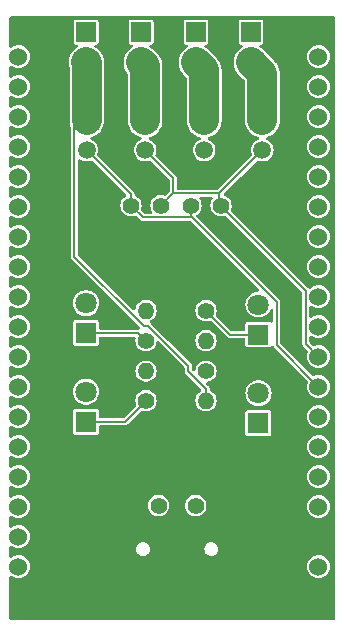
<source format=gbr>
%TF.GenerationSoftware,KiCad,Pcbnew,7.0.11-7.0.11~ubuntu22.04.1*%
%TF.CreationDate,2024-06-13T13:42:09+02:00*%
%TF.ProjectId,ESP-Pump-Interface,4553502d-5075-46d7-902d-496e74657266,rev?*%
%TF.SameCoordinates,Original*%
%TF.FileFunction,Copper,L2,Bot*%
%TF.FilePolarity,Positive*%
%FSLAX46Y46*%
G04 Gerber Fmt 4.6, Leading zero omitted, Abs format (unit mm)*
G04 Created by KiCad (PCBNEW 7.0.11-7.0.11~ubuntu22.04.1) date 2024-06-13 13:42:09*
%MOMM*%
%LPD*%
G01*
G04 APERTURE LIST*
%TA.AperFunction,ComponentPad*%
%ADD10R,1.500000X1.500000*%
%TD*%
%TA.AperFunction,ComponentPad*%
%ADD11C,1.500000*%
%TD*%
%TA.AperFunction,ComponentPad*%
%ADD12C,1.400000*%
%TD*%
%TA.AperFunction,ComponentPad*%
%ADD13O,1.400000X1.400000*%
%TD*%
%TA.AperFunction,ComponentPad*%
%ADD14R,1.700000X1.700000*%
%TD*%
%TA.AperFunction,ComponentPad*%
%ADD15O,1.700000X1.700000*%
%TD*%
%TA.AperFunction,ComponentPad*%
%ADD16O,1.000000X2.100000*%
%TD*%
%TA.AperFunction,ComponentPad*%
%ADD17O,1.000000X1.800000*%
%TD*%
%TA.AperFunction,ComponentPad*%
%ADD18R,1.800000X1.800000*%
%TD*%
%TA.AperFunction,ComponentPad*%
%ADD19C,1.800000*%
%TD*%
%TA.AperFunction,ComponentPad*%
%ADD20C,1.524000*%
%TD*%
%TA.AperFunction,Conductor*%
%ADD21C,0.200000*%
%TD*%
%TA.AperFunction,Conductor*%
%ADD22C,2.540000*%
%TD*%
G04 APERTURE END LIST*
D10*
%TO.P,Q1,1,E*%
%TO.N,GND*%
X134061200Y-58806600D03*
D11*
%TO.P,Q1,2,B*%
%TO.N,Pump1*%
X134061200Y-56266600D03*
%TO.P,Q1,3,C*%
%TO.N,Net-(Pump1-Pin_2)*%
X134061200Y-53726600D03*
%TD*%
D12*
%TO.P,R9,1*%
%TO.N,Net-(J1-CC2)*%
X143281800Y-86360000D03*
D13*
%TO.P,R9,2*%
%TO.N,GND*%
X143281800Y-81280000D03*
%TD*%
D14*
%TO.P,Pump1,1,Pin_1*%
%TO.N,+5V*%
X134005000Y-46278800D03*
D15*
%TO.P,Pump1,2,Pin_2*%
%TO.N,Net-(Pump1-Pin_2)*%
X134005000Y-48818800D03*
%TD*%
D12*
%TO.P,R8,1*%
%TO.N,Pump2*%
X145415000Y-60960000D03*
D13*
%TO.P,R8,2*%
%TO.N,GND*%
X145415000Y-66040000D03*
%TD*%
D12*
%TO.P,R10,1*%
%TO.N,Net-(J1-CC1)*%
X140131800Y-86360000D03*
D13*
%TO.P,R10,2*%
%TO.N,GND*%
X140131800Y-81280000D03*
%TD*%
D16*
%TO.P,J1,S1,SHIELD*%
%TO.N,GND*%
X137388600Y-89526000D03*
D17*
X137388600Y-93726000D03*
D16*
X146028600Y-89526000D03*
D17*
X146028600Y-93726000D03*
%TD*%
D14*
%TO.P,Pump2,1,Pin_1*%
%TO.N,+5V*%
X138655000Y-46278800D03*
D15*
%TO.P,Pump2,2,Pin_2*%
%TO.N,Net-(Pump2-Pin_2)*%
X138655000Y-48818800D03*
%TD*%
D12*
%TO.P,R7,1*%
%TO.N,Net-(D4-K)*%
X144145000Y-69850000D03*
D13*
%TO.P,R7,2*%
%TO.N,Net-(Pump4-Pin_2)*%
X139065000Y-69850000D03*
%TD*%
D12*
%TO.P,R2,1*%
%TO.N,Net-(D1-K)*%
X139065000Y-77470000D03*
D13*
%TO.P,R2,2*%
%TO.N,Net-(Pump1-Pin_2)*%
X144145000Y-77470000D03*
%TD*%
D10*
%TO.P,Q2,1,E*%
%TO.N,GND*%
X138988800Y-58806600D03*
D11*
%TO.P,Q2,2,B*%
%TO.N,Pump2*%
X138988800Y-56266600D03*
%TO.P,Q2,3,C*%
%TO.N,Net-(Pump2-Pin_2)*%
X138988800Y-53726600D03*
%TD*%
D14*
%TO.P,Pump4,1,Pin_1*%
%TO.N,+5V*%
X147955000Y-46278800D03*
D15*
%TO.P,Pump4,2,Pin_2*%
%TO.N,Net-(Pump4-Pin_2)*%
X147955000Y-48818800D03*
%TD*%
D12*
%TO.P,R1,1*%
%TO.N,Pump1*%
X137795000Y-60960000D03*
D13*
%TO.P,R1,2*%
%TO.N,GND*%
X137795000Y-66040000D03*
%TD*%
D18*
%TO.P,D4,1,K*%
%TO.N,Net-(D4-K)*%
X148590000Y-71875000D03*
D19*
%TO.P,D4,2,A*%
%TO.N,+5V*%
X148590000Y-69335000D03*
%TD*%
D12*
%TO.P,R6,1*%
%TO.N,Pump1*%
X142875000Y-60960000D03*
D13*
%TO.P,R6,2*%
%TO.N,GND*%
X142875000Y-66040000D03*
%TD*%
D14*
%TO.P,Pump3,1,Pin_1*%
%TO.N,+5V*%
X143305000Y-46278800D03*
D15*
%TO.P,Pump3,2,Pin_2*%
%TO.N,Net-(Pump3-Pin_2)*%
X143305000Y-48818800D03*
%TD*%
D10*
%TO.P,Q4,1,E*%
%TO.N,GND*%
X148920200Y-58806600D03*
D11*
%TO.P,Q4,2,B*%
%TO.N,Pump2*%
X148920200Y-56266600D03*
%TO.P,Q4,3,C*%
%TO.N,Net-(Pump4-Pin_2)*%
X148920200Y-53726600D03*
%TD*%
D12*
%TO.P,R5,1*%
%TO.N,Net-(D3-K)*%
X144145000Y-74980000D03*
D13*
%TO.P,R5,2*%
%TO.N,Net-(Pump3-Pin_2)*%
X139065000Y-74980000D03*
%TD*%
D18*
%TO.P,D1,1,K*%
%TO.N,Net-(D1-K)*%
X133985000Y-79255000D03*
D19*
%TO.P,D1,2,A*%
%TO.N,+5V*%
X133985000Y-76715000D03*
%TD*%
D18*
%TO.P,D3,1,K*%
%TO.N,Net-(D3-K)*%
X148590000Y-79375000D03*
D19*
%TO.P,D3,2,A*%
%TO.N,+5V*%
X148590000Y-76835000D03*
%TD*%
D10*
%TO.P,Q3,1,E*%
%TO.N,GND*%
X143992600Y-58806600D03*
D11*
%TO.P,Q3,2,B*%
%TO.N,Pump1*%
X143992600Y-56266600D03*
%TO.P,Q3,3,C*%
%TO.N,Net-(Pump3-Pin_2)*%
X143992600Y-53726600D03*
%TD*%
D18*
%TO.P,D2,1,K*%
%TO.N,Net-(D2-K)*%
X133985000Y-71755000D03*
D19*
%TO.P,D2,2,A*%
%TO.N,+5V*%
X133985000Y-69215000D03*
%TD*%
D12*
%TO.P,R3,1*%
%TO.N,Net-(D2-K)*%
X139065000Y-72390000D03*
D13*
%TO.P,R3,2*%
%TO.N,Net-(Pump2-Pin_2)*%
X144145000Y-72390000D03*
%TD*%
D12*
%TO.P,R4,1*%
%TO.N,Pump2*%
X140335000Y-60960000D03*
D13*
%TO.P,R4,2*%
%TO.N,GND*%
X140335000Y-66040000D03*
%TD*%
D20*
%TO.P,U1,36,GPIO23_VSPI-MOSI*%
%TO.N,unconnected-(U1-GPIO23_VSPI-MOSI-Pad36)*%
X128270000Y-48347500D03*
%TO.P,U1,35,GPIO22_I2C-SCL*%
%TO.N,unconnected-(U1-GPIO22_I2C-SCL-Pad35)*%
X128270000Y-50887500D03*
%TO.P,U1,34,GPIO1_UART0-TX*%
%TO.N,unconnected-(U1-GPIO1_UART0-TX-Pad34)*%
X128270000Y-53427500D03*
%TO.P,U1,33,GPIO3__UART0-RX*%
%TO.N,unconnected-(U1-GPIO3__UART0-RX-Pad33)*%
X128270000Y-55967500D03*
%TO.P,U1,32,GPIO21_I2C-SDA*%
%TO.N,unconnected-(U1-GPIO21_I2C-SDA-Pad32)*%
X128270000Y-58507500D03*
%TO.P,U1,31,GPIO19_VSPI-MISO*%
%TO.N,unconnected-(U1-GPIO19_VSPI-MISO-Pad31)*%
X128270000Y-61047500D03*
%TO.P,U1,30,GPIO18_VSPI-CLK*%
%TO.N,unconnected-(U1-GPIO18_VSPI-CLK-Pad30)*%
X128270000Y-63587500D03*
%TO.P,U1,29,GPIO5_VSPI-CS0*%
%TO.N,unconnected-(U1-GPIO5_VSPI-CS0-Pad29)*%
X128270000Y-66127500D03*
%TO.P,U1,28,GPIO17_UART2-TX*%
%TO.N,unconnected-(U1-GPIO17_UART2-TX-Pad28)*%
X128270000Y-68667500D03*
%TO.P,U1,27,GPIO16_UART2-RX*%
%TO.N,unconnected-(U1-GPIO16_UART2-RX-Pad27)*%
X128270000Y-71207500D03*
%TO.P,U1,26,GPIO4_ADC2-CH0_RTC-GPIO10*%
%TO.N,unconnected-(U1-GPIO4_ADC2-CH0_RTC-GPIO10-Pad26)*%
X128270000Y-73747500D03*
%TO.P,U1,25,GPIO2_ADC2-CH2_RTC-GPIO12*%
%TO.N,unconnected-(U1-GPIO2_ADC2-CH2_RTC-GPIO12-Pad25)*%
X128270000Y-76287500D03*
%TO.P,U1,24,GPIO15_ADC2-CH3_HSPI-CS0_RTC-GPIO13*%
%TO.N,unconnected-(U1-GPIO15_ADC2-CH3_HSPI-CS0_RTC-GPIO13-Pad24)*%
X128270000Y-78827500D03*
%TO.P,U1,23,GPIO0_ADC2-CH1_RTC-GPIO11*%
%TO.N,unconnected-(U1-GPIO0_ADC2-CH1_RTC-GPIO11-Pad23)*%
X128270000Y-81367500D03*
%TO.P,U1,22,GPIO8_SDI/SD1*%
%TO.N,unconnected-(U1-GPIO8_SDI{slash}SD1-Pad22)*%
X128270000Y-83907500D03*
%TO.P,U1,21,GPIO7_SDO/SD0*%
%TO.N,unconnected-(U1-GPIO7_SDO{slash}SD0-Pad21)*%
X128270000Y-86447500D03*
%TO.P,U1,20,GPIO6_SCK/CLK*%
%TO.N,unconnected-(U1-GPIO6_SCK{slash}CLK-Pad20)*%
X128270000Y-88987500D03*
%TO.P,U1,19,3V3*%
%TO.N,unconnected-(U1-3V3-Pad19)*%
X128270000Y-91527500D03*
%TO.P,U1,18,VIN*%
%TO.N,+5V*%
X153670000Y-91527500D03*
%TO.P,U1,17,GND*%
%TO.N,GND*%
X153670000Y-88987500D03*
%TO.P,U1,16,GPIO11_CSC/CMD*%
%TO.N,unconnected-(U1-GPIO11_CSC{slash}CMD-Pad16)*%
X153670000Y-86447500D03*
%TO.P,U1,15,GPIO10_SWP/SD3*%
%TO.N,unconnected-(U1-GPIO10_SWP{slash}SD3-Pad15)*%
X153670000Y-83907500D03*
%TO.P,U1,14,GPIO9_SHD/SD2*%
%TO.N,unconnected-(U1-GPIO9_SHD{slash}SD2-Pad14)*%
X153670000Y-81367500D03*
%TO.P,U1,13,GPIO13_ADC2-CH4_HSPI-MOSI_RTC-GPIO14*%
%TO.N,unconnected-(U1-GPIO13_ADC2-CH4_HSPI-MOSI_RTC-GPIO14-Pad13)*%
X153670000Y-78827500D03*
%TO.P,U1,12,GPIO12_ADC2-CH5_HSPI-MISO_RTC-GPIO15*%
%TO.N,Pump1*%
X153670000Y-76287500D03*
%TO.P,U1,11,GPIO14_ADC2-CH6_HSPI-CLK_RTC-GPIO16*%
%TO.N,Pump2*%
X153670000Y-73747500D03*
%TO.P,U1,10,GPIO27_ADC2-CH7_RTC-GPIO17*%
%TO.N,Pump3*%
X153670000Y-71207500D03*
%TO.P,U1,9,GPIO26_ADC2-CH9_DAC2_RTC-GPIO7*%
%TO.N,Pump4*%
X153670000Y-68667500D03*
%TO.P,U1,8,GPIO25_ADC2-CH8_DAC1_RTC-GPIO6*%
%TO.N,unconnected-(U1-GPIO25_ADC2-CH8_DAC1_RTC-GPIO6-Pad8)*%
X153670000Y-66127500D03*
%TO.P,U1,7,GPIO33_ADC1-CH5_RTC-GPIO8*%
%TO.N,unconnected-(U1-GPIO33_ADC1-CH5_RTC-GPIO8-Pad7)*%
X153670000Y-63587500D03*
%TO.P,U1,6,GPIO32_ADC1-CH4_RTC-GPIO9*%
%TO.N,unconnected-(U1-GPIO32_ADC1-CH4_RTC-GPIO9-Pad6)*%
X153670000Y-61047500D03*
%TO.P,U1,5,GPIO35_ADC1-CH7_RTC-GPIO5*%
%TO.N,unconnected-(U1-GPIO35_ADC1-CH7_RTC-GPIO5-Pad5)*%
X153670000Y-58507500D03*
%TO.P,U1,4,GPIO34_ADC1-CH6_RTC-GPIO4*%
%TO.N,unconnected-(U1-GPIO34_ADC1-CH6_RTC-GPIO4-Pad4)*%
X153670000Y-55967500D03*
%TO.P,U1,3,GPIO39_ADC1-CH3_SENS-VN_RTC-GPIO3*%
%TO.N,unconnected-(U1-GPIO39_ADC1-CH3_SENS-VN_RTC-GPIO3-Pad3)*%
X153670000Y-53427500D03*
%TO.P,U1,2,GPIO36_ADC-CH0_SENS-VP_RTC-GPIO0*%
%TO.N,unconnected-(U1-GPIO36_ADC-CH0_SENS-VP_RTC-GPIO0-Pad2)*%
X153670000Y-50887500D03*
%TO.P,U1,1,EN*%
%TO.N,unconnected-(U1-EN-Pad1)*%
X153670000Y-48347500D03*
%TD*%
D21*
%TO.N,Net-(Pump1-Pin_2)*%
X134061000Y-53207500D02*
X133011000Y-54257500D01*
X139243900Y-71120000D02*
X142655200Y-74531300D01*
D22*
X134061000Y-51300800D02*
X134061000Y-48875000D01*
X134061000Y-48875000D02*
X134005000Y-48818800D01*
X134061000Y-53207500D02*
X134061000Y-51300800D01*
D21*
X133011000Y-65271300D02*
X138859700Y-71120000D01*
X144145000Y-77470000D02*
X144145000Y-76469900D01*
D22*
X134061000Y-53726600D02*
X134061000Y-53207500D01*
D21*
X142655200Y-74980100D02*
X144145000Y-76469900D01*
X134061000Y-51300800D02*
X134061200Y-51301000D01*
X142655200Y-74531300D02*
X142655200Y-74980100D01*
X133011000Y-54257500D02*
X133011000Y-65271300D01*
X134061200Y-51301000D02*
X134061200Y-53726600D01*
X138859700Y-71120000D02*
X139243900Y-71120000D01*
D22*
%TO.N,Net-(Pump2-Pin_2)*%
X138989000Y-51439600D02*
X138989000Y-49152600D01*
X138989000Y-49152600D02*
X138655000Y-48818800D01*
D21*
X138988800Y-51439800D02*
X138988800Y-53726600D01*
D22*
X138989000Y-53726600D02*
X138989000Y-51439600D01*
D21*
X138989000Y-51439600D02*
X138988800Y-51439800D01*
D22*
%TO.N,Net-(Pump3-Pin_2)*%
X143993000Y-53726600D02*
X143993000Y-51616500D01*
D21*
X143993000Y-51616500D02*
X143992600Y-51616900D01*
D22*
X143993000Y-51616500D02*
X143993000Y-49506400D01*
X143993000Y-49506400D02*
X143305000Y-48818800D01*
D21*
X143992600Y-51616900D02*
X143992600Y-53726600D01*
%TO.N,Net-(Pump4-Pin_2)*%
X148920000Y-51755300D02*
X148920200Y-51755500D01*
D22*
X148920000Y-53726600D02*
X148920000Y-51755300D01*
X148920000Y-49784000D02*
X147955000Y-48818800D01*
D21*
X148920200Y-51755500D02*
X148920200Y-53726600D01*
D22*
X148920000Y-51755300D02*
X148920000Y-49784000D01*
D21*
%TO.N,Pump1*%
X142875000Y-60960000D02*
X142875000Y-61965700D01*
X138800700Y-61965700D02*
X137795000Y-60960000D01*
X142986700Y-61965700D02*
X142875000Y-61965700D01*
X137795000Y-60960000D02*
X137795000Y-60000400D01*
X137795000Y-60000400D02*
X134061200Y-56266600D01*
X150141300Y-72758800D02*
X150141300Y-69120300D01*
X142875000Y-61965700D02*
X138800700Y-61965700D01*
X153670000Y-76287500D02*
X150141300Y-72758800D01*
X150141300Y-69120300D02*
X142986700Y-61965700D01*
%TO.N,Pump2*%
X148920200Y-56266600D02*
X145261100Y-59925700D01*
X145415000Y-60960000D02*
X145261100Y-60806100D01*
X145261100Y-60806100D02*
X145261100Y-59925700D01*
X153670000Y-73747500D02*
X152607800Y-72685300D01*
X152607800Y-72685300D02*
X152607800Y-68152800D01*
X152607800Y-68152800D02*
X145415000Y-60960000D01*
X141369300Y-59925700D02*
X140335000Y-60960000D01*
X145261100Y-59925700D02*
X141369300Y-59925700D01*
X141369300Y-58647100D02*
X138988800Y-56266600D01*
X141369300Y-59925700D02*
X141369300Y-58647100D01*
%TO.N,Net-(D1-K)*%
X133985000Y-79255000D02*
X137280000Y-79255000D01*
X137280000Y-79255000D02*
X139065000Y-77470000D01*
%TO.N,Net-(D2-K)*%
X138430000Y-71755000D02*
X139065000Y-72390000D01*
X133985000Y-71755000D02*
X138430000Y-71755000D01*
%TO.N,Net-(D4-K)*%
X146170000Y-71875000D02*
X144145000Y-69850000D01*
X148590000Y-71875000D02*
X146170000Y-71875000D01*
%TD*%
%TA.AperFunction,Conductor*%
%TO.N,GND*%
G36*
X155017539Y-44970185D02*
G01*
X155063294Y-45022989D01*
X155074500Y-45074500D01*
X155074500Y-95895500D01*
X155054815Y-95962539D01*
X155002011Y-96008294D01*
X154950500Y-96019500D01*
X127624500Y-96019500D01*
X127557461Y-95999815D01*
X127511706Y-95947011D01*
X127500500Y-95895500D01*
X127500500Y-92403296D01*
X127520185Y-92336257D01*
X127572989Y-92290502D01*
X127642147Y-92280558D01*
X127703165Y-92307443D01*
X127732674Y-92331661D01*
X127732681Y-92331665D01*
X127899877Y-92421033D01*
X127899878Y-92421033D01*
X127899885Y-92421037D01*
X128081317Y-92476073D01*
X128081316Y-92476073D01*
X128098233Y-92477739D01*
X128270000Y-92494657D01*
X128458683Y-92476073D01*
X128640115Y-92421037D01*
X128807324Y-92331662D01*
X128953883Y-92211383D01*
X129074162Y-92064824D01*
X129163537Y-91897615D01*
X129218573Y-91716183D01*
X129237157Y-91527500D01*
X152702843Y-91527500D01*
X152721426Y-91716181D01*
X152721427Y-91716183D01*
X152776463Y-91897615D01*
X152776464Y-91897618D01*
X152776465Y-91897619D01*
X152776466Y-91897622D01*
X152865834Y-92064818D01*
X152865838Y-92064825D01*
X152986116Y-92211383D01*
X153132674Y-92331661D01*
X153132681Y-92331665D01*
X153299877Y-92421033D01*
X153299878Y-92421033D01*
X153299885Y-92421037D01*
X153481317Y-92476073D01*
X153481316Y-92476073D01*
X153498233Y-92477739D01*
X153670000Y-92494657D01*
X153858683Y-92476073D01*
X154040115Y-92421037D01*
X154207324Y-92331662D01*
X154353883Y-92211383D01*
X154474162Y-92064824D01*
X154563537Y-91897615D01*
X154618573Y-91716183D01*
X154637157Y-91527500D01*
X154618573Y-91338817D01*
X154563537Y-91157385D01*
X154474162Y-90990176D01*
X154474161Y-90990174D01*
X154353883Y-90843616D01*
X154207325Y-90723338D01*
X154207318Y-90723334D01*
X154040122Y-90633966D01*
X154040119Y-90633965D01*
X154040118Y-90633964D01*
X154040115Y-90633963D01*
X153858683Y-90578927D01*
X153858681Y-90578926D01*
X153858683Y-90578926D01*
X153670000Y-90560343D01*
X153481318Y-90578926D01*
X153389803Y-90606687D01*
X153299885Y-90633963D01*
X153299882Y-90633964D01*
X153299880Y-90633965D01*
X153299877Y-90633966D01*
X153132681Y-90723334D01*
X153132674Y-90723338D01*
X152986116Y-90843616D01*
X152865838Y-90990174D01*
X152865834Y-90990181D01*
X152776466Y-91157377D01*
X152776465Y-91157380D01*
X152721426Y-91338818D01*
X152702843Y-91527500D01*
X129237157Y-91527500D01*
X129218573Y-91338817D01*
X129163537Y-91157385D01*
X129074162Y-90990176D01*
X129074161Y-90990174D01*
X128953883Y-90843616D01*
X128807325Y-90723338D01*
X128807318Y-90723334D01*
X128640122Y-90633966D01*
X128640119Y-90633965D01*
X128640118Y-90633964D01*
X128640115Y-90633963D01*
X128458683Y-90578927D01*
X128458681Y-90578926D01*
X128458683Y-90578926D01*
X128270000Y-90560343D01*
X128081318Y-90578926D01*
X127989803Y-90606687D01*
X127899885Y-90633963D01*
X127899882Y-90633964D01*
X127899880Y-90633965D01*
X127899877Y-90633966D01*
X127732681Y-90723334D01*
X127732674Y-90723338D01*
X127703164Y-90747557D01*
X127638853Y-90774869D01*
X127569986Y-90763077D01*
X127518426Y-90715925D01*
X127500500Y-90651703D01*
X127500500Y-90046000D01*
X138238134Y-90046000D01*
X138257912Y-90196234D01*
X138257913Y-90196236D01*
X138315902Y-90336233D01*
X138408149Y-90456451D01*
X138528367Y-90548698D01*
X138668364Y-90606687D01*
X138780880Y-90621500D01*
X138780887Y-90621500D01*
X138856313Y-90621500D01*
X138856320Y-90621500D01*
X138968836Y-90606687D01*
X139108833Y-90548698D01*
X139229051Y-90456451D01*
X139321298Y-90336233D01*
X139379287Y-90196236D01*
X139399066Y-90046000D01*
X144018134Y-90046000D01*
X144037912Y-90196234D01*
X144037913Y-90196236D01*
X144095902Y-90336233D01*
X144188149Y-90456451D01*
X144308367Y-90548698D01*
X144448364Y-90606687D01*
X144560880Y-90621500D01*
X144560887Y-90621500D01*
X144636313Y-90621500D01*
X144636320Y-90621500D01*
X144748836Y-90606687D01*
X144888833Y-90548698D01*
X145009051Y-90456451D01*
X145101298Y-90336233D01*
X145159287Y-90196236D01*
X145179066Y-90046000D01*
X145159287Y-89895764D01*
X145101298Y-89755767D01*
X145009051Y-89635549D01*
X144888833Y-89543302D01*
X144888829Y-89543300D01*
X144825401Y-89517027D01*
X144748836Y-89485313D01*
X144734771Y-89483461D01*
X144636327Y-89470500D01*
X144636320Y-89470500D01*
X144560880Y-89470500D01*
X144560872Y-89470500D01*
X144448364Y-89485313D01*
X144448363Y-89485313D01*
X144308370Y-89543300D01*
X144308367Y-89543301D01*
X144308367Y-89543302D01*
X144188149Y-89635549D01*
X144107573Y-89740558D01*
X144095900Y-89755770D01*
X144037913Y-89895763D01*
X144037912Y-89895765D01*
X144018134Y-90045999D01*
X144018134Y-90046000D01*
X139399066Y-90046000D01*
X139379287Y-89895764D01*
X139321298Y-89755767D01*
X139229051Y-89635549D01*
X139108833Y-89543302D01*
X139108829Y-89543300D01*
X139045401Y-89517027D01*
X138968836Y-89485313D01*
X138954771Y-89483461D01*
X138856327Y-89470500D01*
X138856320Y-89470500D01*
X138780880Y-89470500D01*
X138780872Y-89470500D01*
X138668364Y-89485313D01*
X138668363Y-89485313D01*
X138528370Y-89543300D01*
X138528367Y-89543301D01*
X138528367Y-89543302D01*
X138408149Y-89635549D01*
X138327573Y-89740558D01*
X138315900Y-89755770D01*
X138257913Y-89895763D01*
X138257912Y-89895765D01*
X138238134Y-90045999D01*
X138238134Y-90046000D01*
X127500500Y-90046000D01*
X127500500Y-89863296D01*
X127520185Y-89796257D01*
X127572989Y-89750502D01*
X127642147Y-89740558D01*
X127703165Y-89767443D01*
X127732674Y-89791661D01*
X127732681Y-89791665D01*
X127899877Y-89881033D01*
X127899878Y-89881033D01*
X127899885Y-89881037D01*
X128081317Y-89936073D01*
X128081316Y-89936073D01*
X128098233Y-89937739D01*
X128270000Y-89954657D01*
X128458683Y-89936073D01*
X128640115Y-89881037D01*
X128807324Y-89791662D01*
X128953883Y-89671383D01*
X129074162Y-89524824D01*
X129163537Y-89357615D01*
X129218573Y-89176183D01*
X129237157Y-88987500D01*
X129218573Y-88798817D01*
X129163537Y-88617385D01*
X129074162Y-88450176D01*
X129074161Y-88450174D01*
X128953883Y-88303616D01*
X128807325Y-88183338D01*
X128807318Y-88183334D01*
X128640122Y-88093966D01*
X128640119Y-88093965D01*
X128640118Y-88093964D01*
X128640115Y-88093963D01*
X128458683Y-88038927D01*
X128458681Y-88038926D01*
X128458683Y-88038926D01*
X128270000Y-88020343D01*
X128081318Y-88038926D01*
X127974194Y-88071421D01*
X127899885Y-88093963D01*
X127899882Y-88093964D01*
X127899880Y-88093965D01*
X127899877Y-88093966D01*
X127732681Y-88183334D01*
X127732674Y-88183338D01*
X127703164Y-88207557D01*
X127638853Y-88234869D01*
X127569986Y-88223077D01*
X127518426Y-88175925D01*
X127500500Y-88111703D01*
X127500500Y-87323296D01*
X127520185Y-87256257D01*
X127572989Y-87210502D01*
X127642147Y-87200558D01*
X127703165Y-87227443D01*
X127732674Y-87251661D01*
X127732681Y-87251665D01*
X127899877Y-87341033D01*
X127899878Y-87341033D01*
X127899885Y-87341037D01*
X128081317Y-87396073D01*
X128081316Y-87396073D01*
X128098233Y-87397739D01*
X128270000Y-87414657D01*
X128458683Y-87396073D01*
X128640115Y-87341037D01*
X128807324Y-87251662D01*
X128953883Y-87131383D01*
X129074162Y-86984824D01*
X129163537Y-86817615D01*
X129218573Y-86636183D01*
X129237157Y-86447500D01*
X129228539Y-86360000D01*
X139226340Y-86360000D01*
X139246126Y-86548256D01*
X139246127Y-86548259D01*
X139304618Y-86728277D01*
X139304621Y-86728284D01*
X139399267Y-86892216D01*
X139482652Y-86984824D01*
X139525929Y-87032888D01*
X139679065Y-87144148D01*
X139679070Y-87144151D01*
X139851992Y-87221142D01*
X139851997Y-87221144D01*
X140037154Y-87260500D01*
X140037155Y-87260500D01*
X140226444Y-87260500D01*
X140226446Y-87260500D01*
X140411603Y-87221144D01*
X140584530Y-87144151D01*
X140737671Y-87032888D01*
X140864333Y-86892216D01*
X140958979Y-86728284D01*
X141017474Y-86548256D01*
X141037260Y-86360000D01*
X142376340Y-86360000D01*
X142396126Y-86548256D01*
X142396127Y-86548259D01*
X142454618Y-86728277D01*
X142454621Y-86728284D01*
X142549267Y-86892216D01*
X142632652Y-86984824D01*
X142675929Y-87032888D01*
X142829065Y-87144148D01*
X142829070Y-87144151D01*
X143001992Y-87221142D01*
X143001997Y-87221144D01*
X143187154Y-87260500D01*
X143187155Y-87260500D01*
X143376444Y-87260500D01*
X143376446Y-87260500D01*
X143561603Y-87221144D01*
X143734530Y-87144151D01*
X143887671Y-87032888D01*
X144014333Y-86892216D01*
X144108979Y-86728284D01*
X144167474Y-86548256D01*
X144178064Y-86447500D01*
X152702843Y-86447500D01*
X152721426Y-86636181D01*
X152721427Y-86636183D01*
X152776463Y-86817615D01*
X152776464Y-86817618D01*
X152776465Y-86817619D01*
X152776466Y-86817622D01*
X152865834Y-86984818D01*
X152865838Y-86984825D01*
X152986116Y-87131383D01*
X153132674Y-87251661D01*
X153132681Y-87251665D01*
X153299877Y-87341033D01*
X153299878Y-87341033D01*
X153299885Y-87341037D01*
X153481317Y-87396073D01*
X153481316Y-87396073D01*
X153498233Y-87397739D01*
X153670000Y-87414657D01*
X153858683Y-87396073D01*
X154040115Y-87341037D01*
X154207324Y-87251662D01*
X154353883Y-87131383D01*
X154474162Y-86984824D01*
X154563537Y-86817615D01*
X154618573Y-86636183D01*
X154637157Y-86447500D01*
X154618573Y-86258817D01*
X154563537Y-86077385D01*
X154563533Y-86077377D01*
X154474165Y-85910181D01*
X154474161Y-85910174D01*
X154353883Y-85763616D01*
X154207325Y-85643338D01*
X154207318Y-85643334D01*
X154040122Y-85553966D01*
X154040119Y-85553965D01*
X154040118Y-85553964D01*
X154040115Y-85553963D01*
X153858683Y-85498927D01*
X153858681Y-85498926D01*
X153858683Y-85498926D01*
X153670000Y-85480343D01*
X153481318Y-85498926D01*
X153374194Y-85531421D01*
X153299885Y-85553963D01*
X153299882Y-85553964D01*
X153299880Y-85553965D01*
X153299877Y-85553966D01*
X153132681Y-85643334D01*
X153132674Y-85643338D01*
X152986116Y-85763616D01*
X152865838Y-85910174D01*
X152865834Y-85910181D01*
X152776466Y-86077377D01*
X152776465Y-86077380D01*
X152721426Y-86258818D01*
X152702843Y-86447500D01*
X144178064Y-86447500D01*
X144187260Y-86360000D01*
X144167474Y-86171744D01*
X144108979Y-85991716D01*
X144014333Y-85827784D01*
X143887671Y-85687112D01*
X143887670Y-85687111D01*
X143734534Y-85575851D01*
X143734529Y-85575848D01*
X143561607Y-85498857D01*
X143561602Y-85498855D01*
X143415801Y-85467865D01*
X143376446Y-85459500D01*
X143187154Y-85459500D01*
X143154697Y-85466398D01*
X143001997Y-85498855D01*
X143001992Y-85498857D01*
X142829070Y-85575848D01*
X142829065Y-85575851D01*
X142675929Y-85687111D01*
X142549266Y-85827785D01*
X142454621Y-85991715D01*
X142454618Y-85991722D01*
X142426785Y-86077385D01*
X142396126Y-86171744D01*
X142376340Y-86360000D01*
X141037260Y-86360000D01*
X141017474Y-86171744D01*
X140958979Y-85991716D01*
X140864333Y-85827784D01*
X140737671Y-85687112D01*
X140737670Y-85687111D01*
X140584534Y-85575851D01*
X140584529Y-85575848D01*
X140411607Y-85498857D01*
X140411602Y-85498855D01*
X140265801Y-85467865D01*
X140226446Y-85459500D01*
X140037154Y-85459500D01*
X140004697Y-85466398D01*
X139851997Y-85498855D01*
X139851992Y-85498857D01*
X139679070Y-85575848D01*
X139679065Y-85575851D01*
X139525929Y-85687111D01*
X139399266Y-85827785D01*
X139304621Y-85991715D01*
X139304618Y-85991722D01*
X139276785Y-86077385D01*
X139246126Y-86171744D01*
X139226340Y-86360000D01*
X129228539Y-86360000D01*
X129218573Y-86258817D01*
X129163537Y-86077385D01*
X129163533Y-86077377D01*
X129074165Y-85910181D01*
X129074161Y-85910174D01*
X128953883Y-85763616D01*
X128807325Y-85643338D01*
X128807318Y-85643334D01*
X128640122Y-85553966D01*
X128640119Y-85553965D01*
X128640118Y-85553964D01*
X128640115Y-85553963D01*
X128458683Y-85498927D01*
X128458681Y-85498926D01*
X128458683Y-85498926D01*
X128270000Y-85480343D01*
X128081318Y-85498926D01*
X127974194Y-85531421D01*
X127899885Y-85553963D01*
X127899882Y-85553964D01*
X127899880Y-85553965D01*
X127899877Y-85553966D01*
X127732681Y-85643334D01*
X127732674Y-85643338D01*
X127703164Y-85667557D01*
X127638853Y-85694869D01*
X127569986Y-85683077D01*
X127518426Y-85635925D01*
X127500500Y-85571703D01*
X127500500Y-84783296D01*
X127520185Y-84716257D01*
X127572989Y-84670502D01*
X127642147Y-84660558D01*
X127703165Y-84687443D01*
X127732674Y-84711661D01*
X127732681Y-84711665D01*
X127899877Y-84801033D01*
X127899878Y-84801033D01*
X127899885Y-84801037D01*
X128081317Y-84856073D01*
X128081316Y-84856073D01*
X128098233Y-84857739D01*
X128270000Y-84874657D01*
X128458683Y-84856073D01*
X128640115Y-84801037D01*
X128807324Y-84711662D01*
X128953883Y-84591383D01*
X129074162Y-84444824D01*
X129163537Y-84277615D01*
X129218573Y-84096183D01*
X129237157Y-83907500D01*
X152702843Y-83907500D01*
X152721426Y-84096181D01*
X152721427Y-84096183D01*
X152776463Y-84277615D01*
X152776464Y-84277618D01*
X152776465Y-84277619D01*
X152776466Y-84277622D01*
X152865834Y-84444818D01*
X152865838Y-84444825D01*
X152986116Y-84591383D01*
X153132674Y-84711661D01*
X153132681Y-84711665D01*
X153299877Y-84801033D01*
X153299878Y-84801033D01*
X153299885Y-84801037D01*
X153481317Y-84856073D01*
X153481316Y-84856073D01*
X153498233Y-84857739D01*
X153670000Y-84874657D01*
X153858683Y-84856073D01*
X154040115Y-84801037D01*
X154207324Y-84711662D01*
X154353883Y-84591383D01*
X154474162Y-84444824D01*
X154563537Y-84277615D01*
X154618573Y-84096183D01*
X154637157Y-83907500D01*
X154618573Y-83718817D01*
X154563537Y-83537385D01*
X154474162Y-83370176D01*
X154474161Y-83370174D01*
X154353883Y-83223616D01*
X154207325Y-83103338D01*
X154207318Y-83103334D01*
X154040122Y-83013966D01*
X154040119Y-83013965D01*
X154040118Y-83013964D01*
X154040115Y-83013963D01*
X153858683Y-82958927D01*
X153858681Y-82958926D01*
X153858683Y-82958926D01*
X153670000Y-82940343D01*
X153481318Y-82958926D01*
X153374194Y-82991421D01*
X153299885Y-83013963D01*
X153299882Y-83013964D01*
X153299880Y-83013965D01*
X153299877Y-83013966D01*
X153132681Y-83103334D01*
X153132674Y-83103338D01*
X152986116Y-83223616D01*
X152865838Y-83370174D01*
X152865834Y-83370181D01*
X152776466Y-83537377D01*
X152776465Y-83537380D01*
X152721426Y-83718818D01*
X152702843Y-83907500D01*
X129237157Y-83907500D01*
X129218573Y-83718817D01*
X129163537Y-83537385D01*
X129074162Y-83370176D01*
X129074161Y-83370174D01*
X128953883Y-83223616D01*
X128807325Y-83103338D01*
X128807318Y-83103334D01*
X128640122Y-83013966D01*
X128640119Y-83013965D01*
X128640118Y-83013964D01*
X128640115Y-83013963D01*
X128458683Y-82958927D01*
X128458681Y-82958926D01*
X128458683Y-82958926D01*
X128270000Y-82940343D01*
X128081318Y-82958926D01*
X127974194Y-82991421D01*
X127899885Y-83013963D01*
X127899882Y-83013964D01*
X127899880Y-83013965D01*
X127899877Y-83013966D01*
X127732681Y-83103334D01*
X127732674Y-83103338D01*
X127703164Y-83127557D01*
X127638853Y-83154869D01*
X127569986Y-83143077D01*
X127518426Y-83095925D01*
X127500500Y-83031703D01*
X127500500Y-82243296D01*
X127520185Y-82176257D01*
X127572989Y-82130502D01*
X127642147Y-82120558D01*
X127703165Y-82147443D01*
X127732674Y-82171661D01*
X127732681Y-82171665D01*
X127899877Y-82261033D01*
X127899878Y-82261033D01*
X127899885Y-82261037D01*
X128081317Y-82316073D01*
X128081316Y-82316073D01*
X128098233Y-82317739D01*
X128270000Y-82334657D01*
X128458683Y-82316073D01*
X128640115Y-82261037D01*
X128807324Y-82171662D01*
X128953883Y-82051383D01*
X129074162Y-81904824D01*
X129163537Y-81737615D01*
X129218573Y-81556183D01*
X129237157Y-81367500D01*
X152702843Y-81367500D01*
X152721426Y-81556181D01*
X152721427Y-81556183D01*
X152776463Y-81737615D01*
X152776464Y-81737618D01*
X152776465Y-81737619D01*
X152776466Y-81737622D01*
X152865834Y-81904818D01*
X152865838Y-81904825D01*
X152986116Y-82051383D01*
X153132674Y-82171661D01*
X153132681Y-82171665D01*
X153299877Y-82261033D01*
X153299878Y-82261033D01*
X153299885Y-82261037D01*
X153481317Y-82316073D01*
X153481316Y-82316073D01*
X153498233Y-82317739D01*
X153670000Y-82334657D01*
X153858683Y-82316073D01*
X154040115Y-82261037D01*
X154207324Y-82171662D01*
X154353883Y-82051383D01*
X154474162Y-81904824D01*
X154563537Y-81737615D01*
X154618573Y-81556183D01*
X154637157Y-81367500D01*
X154618573Y-81178817D01*
X154563537Y-80997385D01*
X154474162Y-80830176D01*
X154474161Y-80830174D01*
X154353883Y-80683616D01*
X154207325Y-80563338D01*
X154207318Y-80563334D01*
X154040122Y-80473966D01*
X154040119Y-80473965D01*
X154040118Y-80473964D01*
X154040115Y-80473963D01*
X153858683Y-80418927D01*
X153858681Y-80418926D01*
X153858683Y-80418926D01*
X153670000Y-80400343D01*
X153481318Y-80418926D01*
X153374194Y-80451421D01*
X153299885Y-80473963D01*
X153299882Y-80473964D01*
X153299880Y-80473965D01*
X153299877Y-80473966D01*
X153132681Y-80563334D01*
X153132674Y-80563338D01*
X152986116Y-80683616D01*
X152865838Y-80830174D01*
X152865834Y-80830181D01*
X152776466Y-80997377D01*
X152776465Y-80997380D01*
X152721426Y-81178818D01*
X152702843Y-81367500D01*
X129237157Y-81367500D01*
X129218573Y-81178817D01*
X129163537Y-80997385D01*
X129074162Y-80830176D01*
X129074161Y-80830174D01*
X128953883Y-80683616D01*
X128807325Y-80563338D01*
X128807318Y-80563334D01*
X128640122Y-80473966D01*
X128640119Y-80473965D01*
X128640118Y-80473964D01*
X128640115Y-80473963D01*
X128458683Y-80418927D01*
X128458681Y-80418926D01*
X128458683Y-80418926D01*
X128270000Y-80400343D01*
X128081318Y-80418926D01*
X127974194Y-80451421D01*
X127899885Y-80473963D01*
X127899882Y-80473964D01*
X127899880Y-80473965D01*
X127899877Y-80473966D01*
X127732681Y-80563334D01*
X127732674Y-80563338D01*
X127703164Y-80587557D01*
X127638853Y-80614869D01*
X127569986Y-80603077D01*
X127518426Y-80555925D01*
X127500500Y-80491703D01*
X127500500Y-80174752D01*
X132884500Y-80174752D01*
X132896131Y-80233229D01*
X132896132Y-80233230D01*
X132940447Y-80299552D01*
X133006769Y-80343867D01*
X133006770Y-80343868D01*
X133065247Y-80355499D01*
X133065250Y-80355500D01*
X133065252Y-80355500D01*
X134904750Y-80355500D01*
X134904751Y-80355499D01*
X134919568Y-80352552D01*
X134963229Y-80343868D01*
X134963229Y-80343867D01*
X134963231Y-80343867D01*
X135029552Y-80299552D01*
X135032759Y-80294752D01*
X147489500Y-80294752D01*
X147501131Y-80353229D01*
X147501132Y-80353230D01*
X147545447Y-80419552D01*
X147611769Y-80463867D01*
X147611770Y-80463868D01*
X147670247Y-80475499D01*
X147670250Y-80475500D01*
X147670252Y-80475500D01*
X149509750Y-80475500D01*
X149509751Y-80475499D01*
X149524568Y-80472552D01*
X149568229Y-80463868D01*
X149568229Y-80463867D01*
X149568231Y-80463867D01*
X149634552Y-80419552D01*
X149678867Y-80353231D01*
X149678867Y-80353229D01*
X149678868Y-80353229D01*
X149690499Y-80294752D01*
X149690500Y-80294750D01*
X149690500Y-78827500D01*
X152702843Y-78827500D01*
X152721426Y-79016181D01*
X152721427Y-79016183D01*
X152776463Y-79197615D01*
X152776464Y-79197618D01*
X152776465Y-79197619D01*
X152776466Y-79197622D01*
X152865834Y-79364818D01*
X152865838Y-79364825D01*
X152986116Y-79511383D01*
X153132674Y-79631661D01*
X153132681Y-79631665D01*
X153299877Y-79721033D01*
X153299878Y-79721033D01*
X153299885Y-79721037D01*
X153481317Y-79776073D01*
X153481316Y-79776073D01*
X153498233Y-79777739D01*
X153670000Y-79794657D01*
X153858683Y-79776073D01*
X154040115Y-79721037D01*
X154207324Y-79631662D01*
X154353883Y-79511383D01*
X154474162Y-79364824D01*
X154563537Y-79197615D01*
X154618573Y-79016183D01*
X154637157Y-78827500D01*
X154618573Y-78638817D01*
X154563537Y-78457385D01*
X154562397Y-78455252D01*
X154474165Y-78290181D01*
X154474161Y-78290174D01*
X154353883Y-78143616D01*
X154207325Y-78023338D01*
X154207318Y-78023334D01*
X154040122Y-77933966D01*
X154040119Y-77933965D01*
X154040118Y-77933964D01*
X154040115Y-77933963D01*
X153858683Y-77878927D01*
X153858681Y-77878926D01*
X153858683Y-77878926D01*
X153670000Y-77860343D01*
X153481318Y-77878926D01*
X153374194Y-77911421D01*
X153299885Y-77933963D01*
X153299882Y-77933964D01*
X153299880Y-77933965D01*
X153299877Y-77933966D01*
X153132681Y-78023334D01*
X153132674Y-78023338D01*
X152986116Y-78143616D01*
X152865838Y-78290174D01*
X152865834Y-78290181D01*
X152776466Y-78457377D01*
X152776465Y-78457380D01*
X152721426Y-78638818D01*
X152702843Y-78827500D01*
X149690500Y-78827500D01*
X149690500Y-78455249D01*
X149690499Y-78455247D01*
X149678868Y-78396770D01*
X149678867Y-78396769D01*
X149634552Y-78330447D01*
X149568230Y-78286132D01*
X149568229Y-78286131D01*
X149509752Y-78274500D01*
X149509748Y-78274500D01*
X147670252Y-78274500D01*
X147670247Y-78274500D01*
X147611770Y-78286131D01*
X147611769Y-78286132D01*
X147545447Y-78330447D01*
X147501132Y-78396769D01*
X147501131Y-78396770D01*
X147489500Y-78455247D01*
X147489500Y-80294752D01*
X135032759Y-80294752D01*
X135073867Y-80233231D01*
X135073867Y-80233229D01*
X135073868Y-80233229D01*
X135085499Y-80174752D01*
X135085500Y-80174750D01*
X135085500Y-79679500D01*
X135105185Y-79612461D01*
X135157989Y-79566706D01*
X135209500Y-79555500D01*
X137212862Y-79555500D01*
X137229990Y-79556689D01*
X137237761Y-79557772D01*
X137237761Y-79557771D01*
X137237765Y-79557773D01*
X137284080Y-79555632D01*
X137289805Y-79555500D01*
X137307843Y-79555500D01*
X137307844Y-79555500D01*
X137307844Y-79555499D01*
X137312731Y-79555046D01*
X137323318Y-79553817D01*
X137349992Y-79552585D01*
X137356322Y-79549789D01*
X137383629Y-79541332D01*
X137390433Y-79540061D01*
X137390435Y-79540059D01*
X137390437Y-79540059D01*
X137413138Y-79526003D01*
X137428325Y-79517996D01*
X137452765Y-79507206D01*
X137457661Y-79502309D01*
X137480069Y-79484561D01*
X137485952Y-79480919D01*
X137502053Y-79459595D01*
X137513314Y-79446655D01*
X138616738Y-78343231D01*
X138678059Y-78309748D01*
X138747751Y-78314732D01*
X138754851Y-78317634D01*
X138785191Y-78331142D01*
X138785197Y-78331144D01*
X138970354Y-78370500D01*
X138970355Y-78370500D01*
X139159644Y-78370500D01*
X139159646Y-78370500D01*
X139344803Y-78331144D01*
X139517730Y-78254151D01*
X139670871Y-78142888D01*
X139797533Y-78002216D01*
X139892179Y-77838284D01*
X139950674Y-77658256D01*
X139970460Y-77470000D01*
X139950674Y-77281744D01*
X139892179Y-77101716D01*
X139797533Y-76937784D01*
X139670871Y-76797112D01*
X139670870Y-76797111D01*
X139517734Y-76685851D01*
X139517729Y-76685848D01*
X139344807Y-76608857D01*
X139344802Y-76608855D01*
X139199001Y-76577865D01*
X139159646Y-76569500D01*
X138970354Y-76569500D01*
X138937897Y-76576398D01*
X138785197Y-76608855D01*
X138785192Y-76608857D01*
X138612270Y-76685848D01*
X138612265Y-76685851D01*
X138459129Y-76797111D01*
X138332466Y-76937785D01*
X138237821Y-77101715D01*
X138237818Y-77101722D01*
X138194165Y-77236073D01*
X138179326Y-77281744D01*
X138159540Y-77470000D01*
X138179326Y-77658256D01*
X138179327Y-77658259D01*
X138222658Y-77791620D01*
X138224653Y-77861462D01*
X138192408Y-77917619D01*
X137191848Y-78918181D01*
X137130525Y-78951666D01*
X137104167Y-78954500D01*
X135209500Y-78954500D01*
X135142461Y-78934815D01*
X135096706Y-78882011D01*
X135085500Y-78830500D01*
X135085500Y-78335249D01*
X135085499Y-78335247D01*
X135073868Y-78276770D01*
X135073867Y-78276769D01*
X135029552Y-78210447D01*
X134963230Y-78166132D01*
X134963229Y-78166131D01*
X134904752Y-78154500D01*
X134904748Y-78154500D01*
X133065252Y-78154500D01*
X133065247Y-78154500D01*
X133006770Y-78166131D01*
X133006769Y-78166132D01*
X132940447Y-78210447D01*
X132896132Y-78276769D01*
X132896131Y-78276770D01*
X132884500Y-78335247D01*
X132884500Y-80174752D01*
X127500500Y-80174752D01*
X127500500Y-79703296D01*
X127520185Y-79636257D01*
X127572989Y-79590502D01*
X127642147Y-79580558D01*
X127703165Y-79607443D01*
X127732674Y-79631661D01*
X127732681Y-79631665D01*
X127899877Y-79721033D01*
X127899878Y-79721033D01*
X127899885Y-79721037D01*
X128081317Y-79776073D01*
X128081316Y-79776073D01*
X128098233Y-79777739D01*
X128270000Y-79794657D01*
X128458683Y-79776073D01*
X128640115Y-79721037D01*
X128807324Y-79631662D01*
X128953883Y-79511383D01*
X129074162Y-79364824D01*
X129163537Y-79197615D01*
X129218573Y-79016183D01*
X129237157Y-78827500D01*
X129218573Y-78638817D01*
X129163537Y-78457385D01*
X129162397Y-78455252D01*
X129074165Y-78290181D01*
X129074161Y-78290174D01*
X128953883Y-78143616D01*
X128807325Y-78023338D01*
X128807318Y-78023334D01*
X128640122Y-77933966D01*
X128640119Y-77933965D01*
X128640118Y-77933964D01*
X128640115Y-77933963D01*
X128458683Y-77878927D01*
X128458681Y-77878926D01*
X128458683Y-77878926D01*
X128270000Y-77860343D01*
X128081318Y-77878926D01*
X127974194Y-77911421D01*
X127899885Y-77933963D01*
X127899882Y-77933964D01*
X127899880Y-77933965D01*
X127899877Y-77933966D01*
X127732681Y-78023334D01*
X127732674Y-78023338D01*
X127703164Y-78047557D01*
X127638853Y-78074869D01*
X127569986Y-78063077D01*
X127518426Y-78015925D01*
X127500500Y-77951703D01*
X127500500Y-77163296D01*
X127520185Y-77096257D01*
X127572989Y-77050502D01*
X127642147Y-77040558D01*
X127703165Y-77067443D01*
X127732674Y-77091661D01*
X127732681Y-77091665D01*
X127899877Y-77181033D01*
X127899878Y-77181033D01*
X127899885Y-77181037D01*
X128081317Y-77236073D01*
X128081316Y-77236073D01*
X128098233Y-77237739D01*
X128270000Y-77254657D01*
X128458683Y-77236073D01*
X128640115Y-77181037D01*
X128807324Y-77091662D01*
X128953883Y-76971383D01*
X129074162Y-76824824D01*
X129132864Y-76715000D01*
X132879785Y-76715000D01*
X132898602Y-76918082D01*
X132954417Y-77114247D01*
X132954422Y-77114260D01*
X133045327Y-77296821D01*
X133168237Y-77459581D01*
X133318958Y-77596980D01*
X133318960Y-77596982D01*
X133417922Y-77658256D01*
X133492363Y-77704348D01*
X133682544Y-77778024D01*
X133883024Y-77815500D01*
X133883026Y-77815500D01*
X134086974Y-77815500D01*
X134086976Y-77815500D01*
X134287456Y-77778024D01*
X134477637Y-77704348D01*
X134651041Y-77596981D01*
X134801764Y-77459579D01*
X134924673Y-77296821D01*
X135015582Y-77114250D01*
X135071397Y-76918083D01*
X135090215Y-76715000D01*
X135071397Y-76511917D01*
X135015582Y-76315750D01*
X135006312Y-76297134D01*
X134971272Y-76226764D01*
X134924673Y-76133179D01*
X134801764Y-75970421D01*
X134801762Y-75970418D01*
X134651041Y-75833019D01*
X134651039Y-75833017D01*
X134477642Y-75725655D01*
X134477635Y-75725651D01*
X134289810Y-75652888D01*
X134287456Y-75651976D01*
X134086976Y-75614500D01*
X133883024Y-75614500D01*
X133682544Y-75651976D01*
X133682541Y-75651976D01*
X133682541Y-75651977D01*
X133492364Y-75725651D01*
X133492357Y-75725655D01*
X133318960Y-75833017D01*
X133318958Y-75833019D01*
X133168237Y-75970418D01*
X133045327Y-76133178D01*
X132954422Y-76315739D01*
X132954417Y-76315752D01*
X132898602Y-76511917D01*
X132879785Y-76714999D01*
X132879785Y-76715000D01*
X129132864Y-76715000D01*
X129163537Y-76657615D01*
X129218573Y-76476183D01*
X129237157Y-76287500D01*
X129218573Y-76098817D01*
X129163537Y-75917385D01*
X129125195Y-75845652D01*
X129074165Y-75750181D01*
X129074161Y-75750174D01*
X128953883Y-75603616D01*
X128807325Y-75483338D01*
X128807318Y-75483334D01*
X128640122Y-75393966D01*
X128640119Y-75393965D01*
X128640118Y-75393964D01*
X128640115Y-75393963D01*
X128458683Y-75338927D01*
X128458681Y-75338926D01*
X128458683Y-75338926D01*
X128270000Y-75320343D01*
X128081318Y-75338926D01*
X127974194Y-75371421D01*
X127899885Y-75393963D01*
X127899882Y-75393964D01*
X127899880Y-75393965D01*
X127899877Y-75393966D01*
X127732681Y-75483334D01*
X127732674Y-75483338D01*
X127703164Y-75507557D01*
X127638853Y-75534869D01*
X127569986Y-75523077D01*
X127518426Y-75475925D01*
X127500500Y-75411703D01*
X127500500Y-74980000D01*
X138159540Y-74980000D01*
X138179326Y-75168256D01*
X138179327Y-75168259D01*
X138237818Y-75348277D01*
X138237821Y-75348284D01*
X138332467Y-75512216D01*
X138414764Y-75603616D01*
X138459129Y-75652888D01*
X138612265Y-75764148D01*
X138612270Y-75764151D01*
X138785192Y-75841142D01*
X138785197Y-75841144D01*
X138970354Y-75880500D01*
X138970355Y-75880500D01*
X139159644Y-75880500D01*
X139159646Y-75880500D01*
X139344803Y-75841144D01*
X139517730Y-75764151D01*
X139670871Y-75652888D01*
X139797533Y-75512216D01*
X139892179Y-75348284D01*
X139950674Y-75168256D01*
X139970460Y-74980000D01*
X139950674Y-74791744D01*
X139892179Y-74611716D01*
X139797533Y-74447784D01*
X139670871Y-74307112D01*
X139658298Y-74297977D01*
X139517734Y-74195851D01*
X139517729Y-74195848D01*
X139344807Y-74118857D01*
X139344802Y-74118855D01*
X139199001Y-74087865D01*
X139159646Y-74079500D01*
X138970354Y-74079500D01*
X138937897Y-74086398D01*
X138785197Y-74118855D01*
X138785192Y-74118857D01*
X138612270Y-74195848D01*
X138612265Y-74195851D01*
X138459129Y-74307111D01*
X138332466Y-74447785D01*
X138237821Y-74611715D01*
X138237818Y-74611722D01*
X138204373Y-74714657D01*
X138179326Y-74791744D01*
X138159540Y-74980000D01*
X127500500Y-74980000D01*
X127500500Y-74623296D01*
X127520185Y-74556257D01*
X127572989Y-74510502D01*
X127642147Y-74500558D01*
X127703165Y-74527443D01*
X127732674Y-74551661D01*
X127732681Y-74551665D01*
X127899877Y-74641033D01*
X127899878Y-74641033D01*
X127899885Y-74641037D01*
X128081317Y-74696073D01*
X128081316Y-74696073D01*
X128098233Y-74697739D01*
X128270000Y-74714657D01*
X128458683Y-74696073D01*
X128640115Y-74641037D01*
X128807324Y-74551662D01*
X128953883Y-74431383D01*
X129074162Y-74284824D01*
X129163537Y-74117615D01*
X129218573Y-73936183D01*
X129237157Y-73747500D01*
X129218573Y-73558817D01*
X129163537Y-73377385D01*
X129129244Y-73313227D01*
X129074165Y-73210181D01*
X129074161Y-73210174D01*
X128953883Y-73063616D01*
X128807325Y-72943338D01*
X128807318Y-72943334D01*
X128640122Y-72853966D01*
X128640119Y-72853965D01*
X128640118Y-72853964D01*
X128640115Y-72853963D01*
X128458683Y-72798927D01*
X128458681Y-72798926D01*
X128458683Y-72798926D01*
X128270000Y-72780343D01*
X128081318Y-72798926D01*
X127982864Y-72828792D01*
X127899885Y-72853963D01*
X127899882Y-72853964D01*
X127899880Y-72853965D01*
X127899877Y-72853966D01*
X127732681Y-72943334D01*
X127732674Y-72943338D01*
X127703164Y-72967557D01*
X127638853Y-72994869D01*
X127569986Y-72983077D01*
X127518426Y-72935925D01*
X127500500Y-72871703D01*
X127500500Y-72083296D01*
X127520185Y-72016257D01*
X127572989Y-71970502D01*
X127642147Y-71960558D01*
X127703165Y-71987443D01*
X127732674Y-72011661D01*
X127732681Y-72011665D01*
X127899877Y-72101033D01*
X127899878Y-72101033D01*
X127899885Y-72101037D01*
X128081317Y-72156073D01*
X128081316Y-72156073D01*
X128098233Y-72157739D01*
X128270000Y-72174657D01*
X128458683Y-72156073D01*
X128640115Y-72101037D01*
X128807324Y-72011662D01*
X128953883Y-71891383D01*
X129074162Y-71744824D01*
X129163537Y-71577615D01*
X129218573Y-71396183D01*
X129237157Y-71207500D01*
X129218573Y-71018817D01*
X129163537Y-70837385D01*
X129162397Y-70835252D01*
X129074165Y-70670181D01*
X129074161Y-70670174D01*
X128953883Y-70523616D01*
X128807325Y-70403338D01*
X128807318Y-70403334D01*
X128640122Y-70313966D01*
X128640119Y-70313965D01*
X128640118Y-70313964D01*
X128640115Y-70313963D01*
X128458683Y-70258927D01*
X128458681Y-70258926D01*
X128458683Y-70258926D01*
X128270000Y-70240343D01*
X128081318Y-70258926D01*
X127974194Y-70291421D01*
X127899885Y-70313963D01*
X127899882Y-70313964D01*
X127899880Y-70313965D01*
X127899877Y-70313966D01*
X127732681Y-70403334D01*
X127732674Y-70403338D01*
X127703164Y-70427557D01*
X127638853Y-70454869D01*
X127569986Y-70443077D01*
X127518426Y-70395925D01*
X127500500Y-70331703D01*
X127500500Y-69543296D01*
X127520185Y-69476257D01*
X127572989Y-69430502D01*
X127642147Y-69420558D01*
X127703165Y-69447443D01*
X127732674Y-69471661D01*
X127732681Y-69471665D01*
X127899877Y-69561033D01*
X127899878Y-69561033D01*
X127899885Y-69561037D01*
X128081317Y-69616073D01*
X128081316Y-69616073D01*
X128098233Y-69617739D01*
X128270000Y-69634657D01*
X128458683Y-69616073D01*
X128640115Y-69561037D01*
X128807324Y-69471662D01*
X128953883Y-69351383D01*
X129065811Y-69215000D01*
X132879785Y-69215000D01*
X132898602Y-69418082D01*
X132954417Y-69614247D01*
X132954422Y-69614260D01*
X133045327Y-69796821D01*
X133168237Y-69959581D01*
X133318958Y-70096980D01*
X133318960Y-70096982D01*
X133418141Y-70158392D01*
X133492363Y-70204348D01*
X133682544Y-70278024D01*
X133883024Y-70315500D01*
X133883026Y-70315500D01*
X134086974Y-70315500D01*
X134086976Y-70315500D01*
X134287456Y-70278024D01*
X134477637Y-70204348D01*
X134651041Y-70096981D01*
X134801764Y-69959579D01*
X134924673Y-69796821D01*
X135015582Y-69614250D01*
X135071397Y-69418083D01*
X135090215Y-69215000D01*
X135086073Y-69170305D01*
X135071397Y-69011917D01*
X135064836Y-68988857D01*
X135015582Y-68815750D01*
X134924673Y-68633179D01*
X134808105Y-68478818D01*
X134801762Y-68470418D01*
X134651041Y-68333019D01*
X134651039Y-68333017D01*
X134477642Y-68225655D01*
X134477635Y-68225651D01*
X134292252Y-68153834D01*
X134287456Y-68151976D01*
X134086976Y-68114500D01*
X133883024Y-68114500D01*
X133682544Y-68151976D01*
X133682541Y-68151976D01*
X133682541Y-68151977D01*
X133492364Y-68225651D01*
X133492357Y-68225655D01*
X133318960Y-68333017D01*
X133318958Y-68333019D01*
X133168237Y-68470418D01*
X133045327Y-68633178D01*
X132954422Y-68815739D01*
X132954417Y-68815752D01*
X132898602Y-69011917D01*
X132879785Y-69214999D01*
X132879785Y-69215000D01*
X129065811Y-69215000D01*
X129074162Y-69204824D01*
X129163537Y-69037615D01*
X129218573Y-68856183D01*
X129237157Y-68667500D01*
X129218573Y-68478817D01*
X129163537Y-68297385D01*
X129133373Y-68240952D01*
X129074165Y-68130181D01*
X129074161Y-68130174D01*
X128953883Y-67983616D01*
X128807325Y-67863338D01*
X128807318Y-67863334D01*
X128640122Y-67773966D01*
X128640119Y-67773965D01*
X128640118Y-67773964D01*
X128640115Y-67773963D01*
X128458683Y-67718927D01*
X128458681Y-67718926D01*
X128458683Y-67718926D01*
X128270000Y-67700343D01*
X128081318Y-67718926D01*
X127974194Y-67751421D01*
X127899885Y-67773963D01*
X127899882Y-67773964D01*
X127899880Y-67773965D01*
X127899877Y-67773966D01*
X127732681Y-67863334D01*
X127732674Y-67863338D01*
X127703164Y-67887557D01*
X127638853Y-67914869D01*
X127569986Y-67903077D01*
X127518426Y-67855925D01*
X127500500Y-67791703D01*
X127500500Y-67003296D01*
X127520185Y-66936257D01*
X127572989Y-66890502D01*
X127642147Y-66880558D01*
X127703165Y-66907443D01*
X127732674Y-66931661D01*
X127732681Y-66931665D01*
X127899877Y-67021033D01*
X127899878Y-67021033D01*
X127899885Y-67021037D01*
X128081317Y-67076073D01*
X128081316Y-67076073D01*
X128098233Y-67077739D01*
X128270000Y-67094657D01*
X128458683Y-67076073D01*
X128640115Y-67021037D01*
X128807324Y-66931662D01*
X128953883Y-66811383D01*
X129074162Y-66664824D01*
X129163537Y-66497615D01*
X129218573Y-66316183D01*
X129237157Y-66127500D01*
X129218573Y-65938817D01*
X129163537Y-65757385D01*
X129074162Y-65590176D01*
X129074161Y-65590174D01*
X128953883Y-65443616D01*
X128807325Y-65323338D01*
X128807318Y-65323334D01*
X128640122Y-65233966D01*
X128640119Y-65233965D01*
X128640118Y-65233964D01*
X128640115Y-65233963D01*
X128458683Y-65178927D01*
X128458681Y-65178926D01*
X128458683Y-65178926D01*
X128270000Y-65160343D01*
X128081318Y-65178926D01*
X127998130Y-65204161D01*
X127899885Y-65233963D01*
X127899882Y-65233964D01*
X127899880Y-65233965D01*
X127899877Y-65233966D01*
X127732681Y-65323334D01*
X127732674Y-65323338D01*
X127703164Y-65347557D01*
X127638853Y-65374869D01*
X127569986Y-65363077D01*
X127518426Y-65315925D01*
X127500500Y-65251703D01*
X127500500Y-64463296D01*
X127520185Y-64396257D01*
X127572989Y-64350502D01*
X127642147Y-64340558D01*
X127703165Y-64367443D01*
X127732674Y-64391661D01*
X127732681Y-64391665D01*
X127899877Y-64481033D01*
X127899878Y-64481033D01*
X127899885Y-64481037D01*
X128081317Y-64536073D01*
X128081316Y-64536073D01*
X128098233Y-64537739D01*
X128270000Y-64554657D01*
X128458683Y-64536073D01*
X128640115Y-64481037D01*
X128807324Y-64391662D01*
X128953883Y-64271383D01*
X129074162Y-64124824D01*
X129163537Y-63957615D01*
X129218573Y-63776183D01*
X129237157Y-63587500D01*
X129218573Y-63398817D01*
X129163537Y-63217385D01*
X129074162Y-63050176D01*
X129074161Y-63050174D01*
X128953883Y-62903616D01*
X128807325Y-62783338D01*
X128807318Y-62783334D01*
X128640122Y-62693966D01*
X128640119Y-62693965D01*
X128640118Y-62693964D01*
X128640115Y-62693963D01*
X128458683Y-62638927D01*
X128458681Y-62638926D01*
X128458683Y-62638926D01*
X128270000Y-62620343D01*
X128081318Y-62638926D01*
X127974194Y-62671421D01*
X127899885Y-62693963D01*
X127899882Y-62693964D01*
X127899880Y-62693965D01*
X127899877Y-62693966D01*
X127732681Y-62783334D01*
X127732674Y-62783338D01*
X127703164Y-62807557D01*
X127638853Y-62834869D01*
X127569986Y-62823077D01*
X127518426Y-62775925D01*
X127500500Y-62711703D01*
X127500500Y-61923296D01*
X127520185Y-61856257D01*
X127572989Y-61810502D01*
X127642147Y-61800558D01*
X127703165Y-61827443D01*
X127732674Y-61851661D01*
X127732681Y-61851665D01*
X127899877Y-61941033D01*
X127899878Y-61941033D01*
X127899885Y-61941037D01*
X128081317Y-61996073D01*
X128081316Y-61996073D01*
X128098233Y-61997739D01*
X128270000Y-62014657D01*
X128458683Y-61996073D01*
X128640115Y-61941037D01*
X128807324Y-61851662D01*
X128953883Y-61731383D01*
X129074162Y-61584824D01*
X129163537Y-61417615D01*
X129218573Y-61236183D01*
X129237157Y-61047500D01*
X129218573Y-60858817D01*
X129163537Y-60677385D01*
X129142688Y-60638379D01*
X129074165Y-60510181D01*
X129074161Y-60510174D01*
X128953883Y-60363616D01*
X128807325Y-60243338D01*
X128807318Y-60243334D01*
X128640122Y-60153966D01*
X128640119Y-60153965D01*
X128640118Y-60153964D01*
X128640115Y-60153963D01*
X128458683Y-60098927D01*
X128458681Y-60098926D01*
X128458683Y-60098926D01*
X128270000Y-60080343D01*
X128081318Y-60098926D01*
X127974194Y-60131421D01*
X127899885Y-60153963D01*
X127899882Y-60153964D01*
X127899880Y-60153965D01*
X127899877Y-60153966D01*
X127732681Y-60243334D01*
X127732674Y-60243338D01*
X127703164Y-60267557D01*
X127638853Y-60294869D01*
X127569986Y-60283077D01*
X127518426Y-60235925D01*
X127500500Y-60171703D01*
X127500500Y-59383296D01*
X127520185Y-59316257D01*
X127572989Y-59270502D01*
X127642147Y-59260558D01*
X127703165Y-59287443D01*
X127732674Y-59311661D01*
X127732681Y-59311665D01*
X127899877Y-59401033D01*
X127899878Y-59401033D01*
X127899885Y-59401037D01*
X128081317Y-59456073D01*
X128081316Y-59456073D01*
X128098233Y-59457739D01*
X128270000Y-59474657D01*
X128458683Y-59456073D01*
X128640115Y-59401037D01*
X128807324Y-59311662D01*
X128953883Y-59191383D01*
X129074162Y-59044824D01*
X129163537Y-58877615D01*
X129218573Y-58696183D01*
X129237157Y-58507500D01*
X129218573Y-58318817D01*
X129163537Y-58137385D01*
X129074162Y-57970176D01*
X129074161Y-57970174D01*
X128953883Y-57823616D01*
X128807325Y-57703338D01*
X128807318Y-57703334D01*
X128640122Y-57613966D01*
X128640119Y-57613965D01*
X128640118Y-57613964D01*
X128640115Y-57613963D01*
X128458683Y-57558927D01*
X128458681Y-57558926D01*
X128458683Y-57558926D01*
X128270000Y-57540343D01*
X128081318Y-57558926D01*
X127974194Y-57591421D01*
X127899885Y-57613963D01*
X127899882Y-57613964D01*
X127899880Y-57613965D01*
X127899877Y-57613966D01*
X127732681Y-57703334D01*
X127732674Y-57703338D01*
X127703164Y-57727557D01*
X127638853Y-57754869D01*
X127569986Y-57743077D01*
X127518426Y-57695925D01*
X127500500Y-57631703D01*
X127500500Y-56843296D01*
X127520185Y-56776257D01*
X127572989Y-56730502D01*
X127642147Y-56720558D01*
X127703165Y-56747443D01*
X127732674Y-56771661D01*
X127732681Y-56771665D01*
X127899877Y-56861033D01*
X127899878Y-56861033D01*
X127899885Y-56861037D01*
X128081317Y-56916073D01*
X128081316Y-56916073D01*
X128098233Y-56917739D01*
X128270000Y-56934657D01*
X128458683Y-56916073D01*
X128640115Y-56861037D01*
X128807324Y-56771662D01*
X128953883Y-56651383D01*
X129074162Y-56504824D01*
X129163537Y-56337615D01*
X129218573Y-56156183D01*
X129237157Y-55967500D01*
X129218573Y-55778817D01*
X129163537Y-55597385D01*
X129096767Y-55472467D01*
X129074165Y-55430181D01*
X129074161Y-55430174D01*
X128953883Y-55283616D01*
X128807325Y-55163338D01*
X128807318Y-55163334D01*
X128640122Y-55073966D01*
X128640119Y-55073965D01*
X128640118Y-55073964D01*
X128640115Y-55073963D01*
X128458683Y-55018927D01*
X128458681Y-55018926D01*
X128458683Y-55018926D01*
X128270000Y-55000343D01*
X128081318Y-55018926D01*
X127974194Y-55051421D01*
X127899885Y-55073963D01*
X127899882Y-55073964D01*
X127899880Y-55073965D01*
X127899877Y-55073966D01*
X127732681Y-55163334D01*
X127732674Y-55163338D01*
X127703164Y-55187557D01*
X127638853Y-55214869D01*
X127569986Y-55203077D01*
X127518426Y-55155925D01*
X127500500Y-55091703D01*
X127500500Y-54303296D01*
X127520185Y-54236257D01*
X127572989Y-54190502D01*
X127642147Y-54180558D01*
X127703165Y-54207443D01*
X127732674Y-54231661D01*
X127732681Y-54231665D01*
X127899877Y-54321033D01*
X127899878Y-54321033D01*
X127899885Y-54321037D01*
X128081317Y-54376073D01*
X128081316Y-54376073D01*
X128098233Y-54377739D01*
X128270000Y-54394657D01*
X128458683Y-54376073D01*
X128640115Y-54321037D01*
X128807324Y-54231662D01*
X128953883Y-54111383D01*
X129074162Y-53964824D01*
X129163537Y-53797615D01*
X129218573Y-53616183D01*
X129237157Y-53427500D01*
X129218573Y-53238817D01*
X129163537Y-53057385D01*
X129074162Y-52890176D01*
X129074161Y-52890174D01*
X128953883Y-52743616D01*
X128807325Y-52623338D01*
X128807318Y-52623334D01*
X128640122Y-52533966D01*
X128640119Y-52533965D01*
X128640118Y-52533964D01*
X128640115Y-52533963D01*
X128458683Y-52478927D01*
X128458681Y-52478926D01*
X128458683Y-52478926D01*
X128270000Y-52460343D01*
X128081318Y-52478926D01*
X127974194Y-52511421D01*
X127899885Y-52533963D01*
X127899882Y-52533964D01*
X127899880Y-52533965D01*
X127899877Y-52533966D01*
X127732681Y-52623334D01*
X127732674Y-52623338D01*
X127703164Y-52647557D01*
X127638853Y-52674869D01*
X127569986Y-52663077D01*
X127518426Y-52615925D01*
X127500500Y-52551703D01*
X127500500Y-51763296D01*
X127520185Y-51696257D01*
X127572989Y-51650502D01*
X127642147Y-51640558D01*
X127703165Y-51667443D01*
X127732674Y-51691661D01*
X127732681Y-51691665D01*
X127899877Y-51781033D01*
X127899878Y-51781033D01*
X127899885Y-51781037D01*
X128081317Y-51836073D01*
X128081316Y-51836073D01*
X128098233Y-51837739D01*
X128270000Y-51854657D01*
X128458683Y-51836073D01*
X128640115Y-51781037D01*
X128807324Y-51691662D01*
X128953883Y-51571383D01*
X129074162Y-51424824D01*
X129163537Y-51257615D01*
X129218573Y-51076183D01*
X129237157Y-50887500D01*
X129218573Y-50698817D01*
X129163537Y-50517385D01*
X129124508Y-50444366D01*
X129074165Y-50350181D01*
X129074161Y-50350174D01*
X128953883Y-50203616D01*
X128807325Y-50083338D01*
X128807318Y-50083334D01*
X128640122Y-49993966D01*
X128640119Y-49993965D01*
X128640118Y-49993964D01*
X128640115Y-49993963D01*
X128458683Y-49938927D01*
X128458681Y-49938926D01*
X128458683Y-49938926D01*
X128270000Y-49920343D01*
X128081318Y-49938926D01*
X127974194Y-49971421D01*
X127899885Y-49993963D01*
X127899882Y-49993964D01*
X127899880Y-49993965D01*
X127899877Y-49993966D01*
X127732681Y-50083334D01*
X127732674Y-50083338D01*
X127703164Y-50107557D01*
X127638853Y-50134869D01*
X127569986Y-50123077D01*
X127518426Y-50075925D01*
X127500500Y-50011703D01*
X127500500Y-49223296D01*
X127520185Y-49156257D01*
X127572989Y-49110502D01*
X127642147Y-49100558D01*
X127703165Y-49127443D01*
X127732674Y-49151661D01*
X127732681Y-49151665D01*
X127899877Y-49241033D01*
X127899878Y-49241033D01*
X127899885Y-49241037D01*
X128081317Y-49296073D01*
X128081316Y-49296073D01*
X128098233Y-49297739D01*
X128270000Y-49314657D01*
X128458683Y-49296073D01*
X128640115Y-49241037D01*
X128807324Y-49151662D01*
X128953883Y-49031383D01*
X129074162Y-48884824D01*
X129143450Y-48755196D01*
X132530831Y-48755196D01*
X132540469Y-48998704D01*
X132540469Y-48998707D01*
X132564923Y-49116377D01*
X132587906Y-49226970D01*
X132590500Y-49252196D01*
X132590500Y-51239975D01*
X132590500Y-53146675D01*
X132590500Y-53787425D01*
X132603908Y-53949239D01*
X132605584Y-53969467D01*
X132665409Y-54205708D01*
X132700056Y-54284694D01*
X132710500Y-54334504D01*
X132710500Y-65204161D01*
X132709312Y-65221288D01*
X132708227Y-65229065D01*
X132710368Y-65275379D01*
X132710500Y-65281104D01*
X132710500Y-65299142D01*
X132710947Y-65303971D01*
X132712181Y-65314605D01*
X132713415Y-65341292D01*
X132713416Y-65341297D01*
X132716214Y-65347634D01*
X132724664Y-65374920D01*
X132725937Y-65381729D01*
X132725937Y-65381730D01*
X132725939Y-65381733D01*
X132740001Y-65404446D01*
X132747997Y-65419615D01*
X132758794Y-65444065D01*
X132758795Y-65444066D01*
X132758796Y-65444068D01*
X132763689Y-65448961D01*
X132781435Y-65471365D01*
X132785077Y-65477248D01*
X132785079Y-65477250D01*
X132785080Y-65477251D01*
X132785081Y-65477252D01*
X132806396Y-65493348D01*
X132819350Y-65504621D01*
X138554662Y-71239933D01*
X138588147Y-71301256D01*
X138583163Y-71370948D01*
X138541291Y-71426881D01*
X138475827Y-71451298D01*
X138455621Y-71449682D01*
X138455600Y-71450152D01*
X138444119Y-71449621D01*
X138444118Y-71449621D01*
X138417666Y-71453311D01*
X138400536Y-71454500D01*
X135209500Y-71454500D01*
X135142461Y-71434815D01*
X135096706Y-71382011D01*
X135085500Y-71330500D01*
X135085500Y-70835249D01*
X135085499Y-70835247D01*
X135073868Y-70776770D01*
X135073867Y-70776769D01*
X135029552Y-70710447D01*
X134963230Y-70666132D01*
X134963229Y-70666131D01*
X134904752Y-70654500D01*
X134904748Y-70654500D01*
X133065252Y-70654500D01*
X133065247Y-70654500D01*
X133006770Y-70666131D01*
X133006769Y-70666132D01*
X132940447Y-70710447D01*
X132896132Y-70776769D01*
X132896131Y-70776770D01*
X132884500Y-70835247D01*
X132884500Y-72674752D01*
X132896131Y-72733229D01*
X132896132Y-72733230D01*
X132940447Y-72799552D01*
X133006769Y-72843867D01*
X133006770Y-72843868D01*
X133065247Y-72855499D01*
X133065250Y-72855500D01*
X133065252Y-72855500D01*
X134904750Y-72855500D01*
X134904751Y-72855499D01*
X134919568Y-72852552D01*
X134963229Y-72843868D01*
X134963229Y-72843867D01*
X134963231Y-72843867D01*
X135029552Y-72799552D01*
X135073867Y-72733231D01*
X135073867Y-72733229D01*
X135073868Y-72733229D01*
X135085499Y-72674752D01*
X135085500Y-72674750D01*
X135085500Y-72179500D01*
X135105185Y-72112461D01*
X135157989Y-72066706D01*
X135209500Y-72055500D01*
X138057284Y-72055500D01*
X138124323Y-72075185D01*
X138170078Y-72127989D01*
X138179749Y-72195254D01*
X138180006Y-72195281D01*
X138179899Y-72196294D01*
X138180022Y-72197147D01*
X138179503Y-72200061D01*
X138179327Y-72201740D01*
X138179326Y-72201744D01*
X138159540Y-72390000D01*
X138179326Y-72578256D01*
X138179327Y-72578258D01*
X138179327Y-72578259D01*
X138237818Y-72758277D01*
X138237821Y-72758284D01*
X138332467Y-72922216D01*
X138459129Y-73062888D01*
X138612265Y-73174148D01*
X138612270Y-73174151D01*
X138785192Y-73251142D01*
X138785197Y-73251144D01*
X138970354Y-73290500D01*
X138970355Y-73290500D01*
X139159644Y-73290500D01*
X139159646Y-73290500D01*
X139344803Y-73251144D01*
X139517730Y-73174151D01*
X139670871Y-73062888D01*
X139797533Y-72922216D01*
X139892179Y-72758284D01*
X139950674Y-72578256D01*
X139954553Y-72541343D01*
X139981135Y-72476732D01*
X140038432Y-72436746D01*
X140108251Y-72434085D01*
X140165554Y-72466625D01*
X142318381Y-74619452D01*
X142351866Y-74680775D01*
X142354700Y-74707133D01*
X142354700Y-74912961D01*
X142353512Y-74930088D01*
X142352427Y-74937865D01*
X142354568Y-74984179D01*
X142354700Y-74989904D01*
X142354700Y-75007942D01*
X142355147Y-75012771D01*
X142356381Y-75023405D01*
X142357615Y-75050092D01*
X142357616Y-75050097D01*
X142360414Y-75056434D01*
X142368864Y-75083720D01*
X142370137Y-75090529D01*
X142370137Y-75090530D01*
X142370139Y-75090533D01*
X142384201Y-75113246D01*
X142392197Y-75128415D01*
X142402994Y-75152865D01*
X142402995Y-75152866D01*
X142402996Y-75152868D01*
X142407889Y-75157761D01*
X142425635Y-75180165D01*
X142429277Y-75186048D01*
X142429279Y-75186050D01*
X142429280Y-75186051D01*
X142429281Y-75186052D01*
X142450596Y-75202148D01*
X142463550Y-75213421D01*
X143733322Y-76483193D01*
X143766807Y-76544516D01*
X143761823Y-76614208D01*
X143719951Y-76670141D01*
X143696087Y-76684149D01*
X143692271Y-76685848D01*
X143692265Y-76685851D01*
X143539129Y-76797111D01*
X143412466Y-76937785D01*
X143317821Y-77101715D01*
X143317818Y-77101722D01*
X143274165Y-77236073D01*
X143259326Y-77281744D01*
X143239540Y-77470000D01*
X143259326Y-77658256D01*
X143259327Y-77658259D01*
X143317818Y-77838277D01*
X143317821Y-77838284D01*
X143412467Y-78002216D01*
X143539129Y-78142888D01*
X143692265Y-78254148D01*
X143692270Y-78254151D01*
X143865192Y-78331142D01*
X143865197Y-78331144D01*
X144050354Y-78370500D01*
X144050355Y-78370500D01*
X144239644Y-78370500D01*
X144239646Y-78370500D01*
X144424803Y-78331144D01*
X144597730Y-78254151D01*
X144750871Y-78142888D01*
X144877533Y-78002216D01*
X144972179Y-77838284D01*
X145030674Y-77658256D01*
X145050460Y-77470000D01*
X145030674Y-77281744D01*
X144972179Y-77101716D01*
X144877533Y-76937784D01*
X144784986Y-76835000D01*
X147484785Y-76835000D01*
X147503602Y-77038082D01*
X147559417Y-77234247D01*
X147559422Y-77234260D01*
X147650327Y-77416821D01*
X147773237Y-77579581D01*
X147923958Y-77716980D01*
X147923960Y-77716982D01*
X148022544Y-77778022D01*
X148097363Y-77824348D01*
X148287544Y-77898024D01*
X148488024Y-77935500D01*
X148488026Y-77935500D01*
X148691974Y-77935500D01*
X148691976Y-77935500D01*
X148892456Y-77898024D01*
X149082637Y-77824348D01*
X149256041Y-77716981D01*
X149406764Y-77579579D01*
X149529673Y-77416821D01*
X149620582Y-77234250D01*
X149676397Y-77038083D01*
X149695215Y-76835000D01*
X149676397Y-76631917D01*
X149620582Y-76435750D01*
X149620301Y-76435186D01*
X149549121Y-76292237D01*
X149529673Y-76253179D01*
X149413105Y-76098818D01*
X149406762Y-76090418D01*
X149256041Y-75953019D01*
X149256039Y-75953017D01*
X149082642Y-75845655D01*
X149082635Y-75845651D01*
X148937159Y-75789294D01*
X148892456Y-75771976D01*
X148691976Y-75734500D01*
X148488024Y-75734500D01*
X148287544Y-75771976D01*
X148287541Y-75771976D01*
X148287541Y-75771977D01*
X148097364Y-75845651D01*
X148097357Y-75845655D01*
X147923960Y-75953017D01*
X147923958Y-75953019D01*
X147773237Y-76090418D01*
X147650327Y-76253178D01*
X147559422Y-76435739D01*
X147559417Y-76435752D01*
X147503602Y-76631917D01*
X147484785Y-76834999D01*
X147484785Y-76835000D01*
X144784986Y-76835000D01*
X144750871Y-76797112D01*
X144750870Y-76797111D01*
X144597734Y-76685851D01*
X144597729Y-76685848D01*
X144519064Y-76650824D01*
X144465827Y-76605574D01*
X144445506Y-76538725D01*
X144445500Y-76537545D01*
X144445500Y-76537036D01*
X144446689Y-76519905D01*
X144447771Y-76512139D01*
X144447773Y-76512135D01*
X144445632Y-76465820D01*
X144445500Y-76460095D01*
X144445500Y-76442059D01*
X144445046Y-76437166D01*
X144443817Y-76426580D01*
X144442585Y-76399908D01*
X144439786Y-76393570D01*
X144431333Y-76366273D01*
X144430061Y-76359467D01*
X144416002Y-76336762D01*
X144407998Y-76321576D01*
X144397206Y-76297134D01*
X144392309Y-76292237D01*
X144374561Y-76269831D01*
X144370919Y-76263948D01*
X144349606Y-76247853D01*
X144336653Y-76236581D01*
X144187474Y-76087402D01*
X144153989Y-76026079D01*
X144158973Y-75956387D01*
X144200845Y-75900454D01*
X144249366Y-75878433D01*
X144424803Y-75841144D01*
X144424807Y-75841142D01*
X144424808Y-75841142D01*
X144483058Y-75815206D01*
X144597730Y-75764151D01*
X144750871Y-75652888D01*
X144877533Y-75512216D01*
X144972179Y-75348284D01*
X145030674Y-75168256D01*
X145050460Y-74980000D01*
X145030674Y-74791744D01*
X144972179Y-74611716D01*
X144877533Y-74447784D01*
X144750871Y-74307112D01*
X144738298Y-74297977D01*
X144597734Y-74195851D01*
X144597729Y-74195848D01*
X144424807Y-74118857D01*
X144424802Y-74118855D01*
X144279001Y-74087865D01*
X144239646Y-74079500D01*
X144050354Y-74079500D01*
X144017897Y-74086398D01*
X143865197Y-74118855D01*
X143865192Y-74118857D01*
X143692270Y-74195848D01*
X143692265Y-74195851D01*
X143539129Y-74307111D01*
X143412466Y-74447785D01*
X143317821Y-74611715D01*
X143317818Y-74611722D01*
X143284373Y-74714657D01*
X143259326Y-74791744D01*
X143258010Y-74804266D01*
X143251547Y-74865756D01*
X143224962Y-74930370D01*
X143167664Y-74970354D01*
X143097845Y-74973014D01*
X143040545Y-74940473D01*
X142992018Y-74891946D01*
X142958534Y-74830623D01*
X142955700Y-74804266D01*
X142955700Y-74598437D01*
X142956889Y-74581306D01*
X142957971Y-74573540D01*
X142957973Y-74573536D01*
X142955832Y-74527221D01*
X142955700Y-74521496D01*
X142955700Y-74503459D01*
X142955246Y-74498566D01*
X142954017Y-74487980D01*
X142952785Y-74461309D01*
X142949988Y-74454976D01*
X142941532Y-74427670D01*
X142940261Y-74420867D01*
X142926203Y-74398162D01*
X142918195Y-74382970D01*
X142907407Y-74358537D01*
X142907406Y-74358536D01*
X142907406Y-74358535D01*
X142902509Y-74353638D01*
X142884763Y-74331234D01*
X142881118Y-74325347D01*
X142881117Y-74325346D01*
X142859802Y-74309250D01*
X142846848Y-74297977D01*
X140938871Y-72390000D01*
X143239540Y-72390000D01*
X143259326Y-72578256D01*
X143259327Y-72578258D01*
X143259327Y-72578259D01*
X143317818Y-72758277D01*
X143317821Y-72758284D01*
X143412467Y-72922216D01*
X143539129Y-73062888D01*
X143692265Y-73174148D01*
X143692270Y-73174151D01*
X143865192Y-73251142D01*
X143865197Y-73251144D01*
X144050354Y-73290500D01*
X144050355Y-73290500D01*
X144239644Y-73290500D01*
X144239646Y-73290500D01*
X144424803Y-73251144D01*
X144597730Y-73174151D01*
X144750871Y-73062888D01*
X144877533Y-72922216D01*
X144972179Y-72758284D01*
X145030674Y-72578256D01*
X145050460Y-72390000D01*
X145030674Y-72201744D01*
X144972179Y-72021716D01*
X144877533Y-71857784D01*
X144750871Y-71717112D01*
X144750870Y-71717111D01*
X144597734Y-71605851D01*
X144597729Y-71605848D01*
X144424807Y-71528857D01*
X144424802Y-71528855D01*
X144265917Y-71495084D01*
X144239646Y-71489500D01*
X144050354Y-71489500D01*
X144024083Y-71495084D01*
X143865197Y-71528855D01*
X143865192Y-71528857D01*
X143692270Y-71605848D01*
X143692265Y-71605851D01*
X143539129Y-71717111D01*
X143412466Y-71857785D01*
X143317821Y-72021715D01*
X143317818Y-72021722D01*
X143259873Y-72200061D01*
X143259326Y-72201744D01*
X143239540Y-72390000D01*
X140938871Y-72390000D01*
X139503862Y-70954991D01*
X139492587Y-70942035D01*
X139487855Y-70935768D01*
X139453583Y-70904525D01*
X139449460Y-70900589D01*
X139436697Y-70887826D01*
X139436696Y-70887825D01*
X139436694Y-70887823D01*
X139432974Y-70884735D01*
X139424573Y-70878079D01*
X139415523Y-70869828D01*
X139379245Y-70810115D01*
X139381009Y-70740267D01*
X139420255Y-70682462D01*
X139448623Y-70664919D01*
X139517730Y-70634151D01*
X139670871Y-70522888D01*
X139797533Y-70382216D01*
X139892179Y-70218284D01*
X139950674Y-70038256D01*
X139970460Y-69850000D01*
X139950674Y-69661744D01*
X139892179Y-69481716D01*
X139797533Y-69317784D01*
X139670871Y-69177112D01*
X139650809Y-69162536D01*
X139517734Y-69065851D01*
X139517729Y-69065848D01*
X139344807Y-68988857D01*
X139344802Y-68988855D01*
X139199001Y-68957865D01*
X139159646Y-68949500D01*
X138970354Y-68949500D01*
X138937897Y-68956398D01*
X138785197Y-68988855D01*
X138785192Y-68988857D01*
X138612270Y-69065848D01*
X138612265Y-69065851D01*
X138459129Y-69177111D01*
X138332466Y-69317785D01*
X138237821Y-69481715D01*
X138237818Y-69481722D01*
X138194165Y-69616073D01*
X138179326Y-69661744D01*
X138173497Y-69717204D01*
X138172936Y-69722544D01*
X138146351Y-69787159D01*
X138089053Y-69827143D01*
X138019234Y-69829803D01*
X137961934Y-69797263D01*
X133347819Y-65183148D01*
X133314334Y-65121825D01*
X133311500Y-65095467D01*
X133311500Y-57143122D01*
X133331185Y-57076083D01*
X133383989Y-57030328D01*
X133453147Y-57020384D01*
X133514165Y-57047269D01*
X133530573Y-57060735D01*
X133530576Y-57060737D01*
X133559287Y-57076083D01*
X133695699Y-57148996D01*
X133798416Y-57180155D01*
X133874866Y-57203346D01*
X133874868Y-57203347D01*
X133891574Y-57204992D01*
X134061200Y-57221699D01*
X134247531Y-57203347D01*
X134426107Y-57149175D01*
X134495974Y-57148552D01*
X134549784Y-57180155D01*
X137357304Y-59987676D01*
X137390789Y-60048999D01*
X137385805Y-60118691D01*
X137343933Y-60174624D01*
X137342509Y-60175675D01*
X137189127Y-60287113D01*
X137062466Y-60427785D01*
X136967821Y-60591715D01*
X136967818Y-60591722D01*
X136939985Y-60677385D01*
X136909326Y-60771744D01*
X136889540Y-60960000D01*
X136909326Y-61148256D01*
X136909327Y-61148259D01*
X136967818Y-61328277D01*
X136967821Y-61328284D01*
X137062467Y-61492216D01*
X137171336Y-61613127D01*
X137189129Y-61632888D01*
X137342265Y-61744148D01*
X137342270Y-61744151D01*
X137515192Y-61821142D01*
X137515197Y-61821144D01*
X137700354Y-61860500D01*
X137700355Y-61860500D01*
X137889644Y-61860500D01*
X137889646Y-61860500D01*
X138074803Y-61821144D01*
X138105142Y-61807636D01*
X138174392Y-61798349D01*
X138237669Y-61827976D01*
X138243261Y-61833233D01*
X138540742Y-62130714D01*
X138552013Y-62143666D01*
X138556739Y-62149925D01*
X138591006Y-62181164D01*
X138595147Y-62185119D01*
X138607901Y-62197873D01*
X138611642Y-62200979D01*
X138620034Y-62207627D01*
X138639762Y-62225612D01*
X138639763Y-62225613D01*
X138639767Y-62225616D01*
X138639770Y-62225617D01*
X138646221Y-62228116D01*
X138671506Y-62241443D01*
X138677220Y-62245357D01*
X138703217Y-62251471D01*
X138719618Y-62256551D01*
X138744524Y-62266200D01*
X138744527Y-62266200D01*
X138751452Y-62266200D01*
X138779840Y-62269493D01*
X138786581Y-62271079D01*
X138813035Y-62267389D01*
X138830165Y-62266200D01*
X142810867Y-62266200D01*
X142877906Y-62285885D01*
X142898548Y-62302519D01*
X148618848Y-68022819D01*
X148652333Y-68084142D01*
X148647349Y-68153834D01*
X148605477Y-68209767D01*
X148540013Y-68234184D01*
X148531167Y-68234500D01*
X148488024Y-68234500D01*
X148287544Y-68271976D01*
X148287541Y-68271976D01*
X148287541Y-68271977D01*
X148097364Y-68345651D01*
X148097357Y-68345655D01*
X147923960Y-68453017D01*
X147923958Y-68453019D01*
X147773237Y-68590418D01*
X147650327Y-68753178D01*
X147559422Y-68935739D01*
X147559417Y-68935752D01*
X147503602Y-69131917D01*
X147484785Y-69334999D01*
X147484785Y-69335000D01*
X147503602Y-69538082D01*
X147559417Y-69734247D01*
X147559422Y-69734260D01*
X147650327Y-69916821D01*
X147773237Y-70079581D01*
X147923958Y-70216980D01*
X147923960Y-70216982D01*
X147991704Y-70258927D01*
X148097363Y-70324348D01*
X148287544Y-70398024D01*
X148488024Y-70435500D01*
X148488026Y-70435500D01*
X148691974Y-70435500D01*
X148691976Y-70435500D01*
X148892456Y-70398024D01*
X149082637Y-70324348D01*
X149256041Y-70216981D01*
X149406764Y-70079579D01*
X149529673Y-69916821D01*
X149573003Y-69829803D01*
X149605800Y-69763938D01*
X149653303Y-69712700D01*
X149720966Y-69695279D01*
X149787306Y-69717204D01*
X149831261Y-69771516D01*
X149840800Y-69819209D01*
X149840800Y-70737333D01*
X149821115Y-70804372D01*
X149768311Y-70850127D01*
X149699153Y-70860071D01*
X149645744Y-70835680D01*
X149644707Y-70837233D01*
X149568230Y-70786132D01*
X149568229Y-70786131D01*
X149509752Y-70774500D01*
X149509748Y-70774500D01*
X147670252Y-70774500D01*
X147670247Y-70774500D01*
X147611770Y-70786131D01*
X147611769Y-70786132D01*
X147545447Y-70830447D01*
X147501132Y-70896769D01*
X147501131Y-70896770D01*
X147489500Y-70955247D01*
X147489500Y-71450500D01*
X147469815Y-71517539D01*
X147417011Y-71563294D01*
X147365500Y-71574500D01*
X146345834Y-71574500D01*
X146278795Y-71554815D01*
X146258153Y-71538181D01*
X145017591Y-70297619D01*
X144984106Y-70236296D01*
X144987341Y-70171620D01*
X145030674Y-70038256D01*
X145050460Y-69850000D01*
X145030674Y-69661744D01*
X144972179Y-69481716D01*
X144877533Y-69317784D01*
X144750871Y-69177112D01*
X144730809Y-69162536D01*
X144597734Y-69065851D01*
X144597729Y-69065848D01*
X144424807Y-68988857D01*
X144424802Y-68988855D01*
X144279001Y-68957865D01*
X144239646Y-68949500D01*
X144050354Y-68949500D01*
X144017897Y-68956398D01*
X143865197Y-68988855D01*
X143865192Y-68988857D01*
X143692270Y-69065848D01*
X143692265Y-69065851D01*
X143539129Y-69177111D01*
X143412466Y-69317785D01*
X143317821Y-69481715D01*
X143317818Y-69481722D01*
X143274165Y-69616073D01*
X143259326Y-69661744D01*
X143239540Y-69850000D01*
X143259326Y-70038256D01*
X143259327Y-70038259D01*
X143317818Y-70218277D01*
X143317821Y-70218284D01*
X143412467Y-70382216D01*
X143539129Y-70522888D01*
X143692265Y-70634148D01*
X143692270Y-70634151D01*
X143865192Y-70711142D01*
X143865197Y-70711144D01*
X144050354Y-70750500D01*
X144050355Y-70750500D01*
X144239644Y-70750500D01*
X144239646Y-70750500D01*
X144424803Y-70711144D01*
X144455144Y-70697634D01*
X144524394Y-70688349D01*
X144587671Y-70717977D01*
X144593262Y-70723233D01*
X145910039Y-72040010D01*
X145921310Y-72052962D01*
X145926039Y-72059225D01*
X145960317Y-72090474D01*
X145964458Y-72094429D01*
X145977203Y-72107174D01*
X145980931Y-72110270D01*
X145989324Y-72116918D01*
X145998124Y-72124940D01*
X146009064Y-72134914D01*
X146009065Y-72134914D01*
X146009067Y-72134916D01*
X146015530Y-72137419D01*
X146040807Y-72150743D01*
X146046519Y-72154656D01*
X146072514Y-72160769D01*
X146088910Y-72165846D01*
X146113827Y-72175500D01*
X146120751Y-72175500D01*
X146149141Y-72178793D01*
X146155881Y-72180379D01*
X146178655Y-72177201D01*
X146182334Y-72176689D01*
X146199464Y-72175500D01*
X147365500Y-72175500D01*
X147432539Y-72195185D01*
X147478294Y-72247989D01*
X147489500Y-72299500D01*
X147489500Y-72794752D01*
X147501131Y-72853229D01*
X147501132Y-72853230D01*
X147545447Y-72919552D01*
X147611769Y-72963867D01*
X147611770Y-72963868D01*
X147670247Y-72975499D01*
X147670250Y-72975500D01*
X147670252Y-72975500D01*
X149509750Y-72975500D01*
X149509751Y-72975499D01*
X149524568Y-72972552D01*
X149568229Y-72963868D01*
X149568229Y-72963867D01*
X149568231Y-72963867D01*
X149634552Y-72919552D01*
X149658714Y-72883390D01*
X149712325Y-72838586D01*
X149781650Y-72829879D01*
X149844678Y-72860033D01*
X149867241Y-72887003D01*
X149870307Y-72891955D01*
X149878297Y-72907115D01*
X149889094Y-72931565D01*
X149889095Y-72931566D01*
X149889096Y-72931568D01*
X149893989Y-72936461D01*
X149911735Y-72958865D01*
X149915377Y-72964748D01*
X149915379Y-72964750D01*
X149915380Y-72964751D01*
X149915381Y-72964752D01*
X149929613Y-72975499D01*
X149936696Y-72980848D01*
X149949650Y-72992121D01*
X152746823Y-75789294D01*
X152780308Y-75850617D01*
X152777803Y-75912970D01*
X152776464Y-75917381D01*
X152776463Y-75917385D01*
X152765654Y-75953019D01*
X152721426Y-76098818D01*
X152702843Y-76287500D01*
X152721426Y-76476181D01*
X152732333Y-76512135D01*
X152776463Y-76657615D01*
X152776464Y-76657618D01*
X152776465Y-76657619D01*
X152776466Y-76657622D01*
X152865834Y-76824818D01*
X152865838Y-76824825D01*
X152986116Y-76971383D01*
X153132674Y-77091661D01*
X153132681Y-77091665D01*
X153299877Y-77181033D01*
X153299878Y-77181033D01*
X153299885Y-77181037D01*
X153481317Y-77236073D01*
X153481316Y-77236073D01*
X153498233Y-77237739D01*
X153670000Y-77254657D01*
X153858683Y-77236073D01*
X154040115Y-77181037D01*
X154207324Y-77091662D01*
X154353883Y-76971383D01*
X154474162Y-76824824D01*
X154563537Y-76657615D01*
X154618573Y-76476183D01*
X154637157Y-76287500D01*
X154618573Y-76098817D01*
X154563537Y-75917385D01*
X154525195Y-75845652D01*
X154474165Y-75750181D01*
X154474161Y-75750174D01*
X154353883Y-75603616D01*
X154207325Y-75483338D01*
X154207318Y-75483334D01*
X154040122Y-75393966D01*
X154040119Y-75393965D01*
X154040118Y-75393964D01*
X154040115Y-75393963D01*
X153858683Y-75338927D01*
X153858681Y-75338926D01*
X153858683Y-75338926D01*
X153670000Y-75320343D01*
X153481318Y-75338926D01*
X153295470Y-75395302D01*
X153225603Y-75395925D01*
X153171794Y-75364322D01*
X150478119Y-72670647D01*
X150444634Y-72609324D01*
X150441800Y-72582966D01*
X150441800Y-69187436D01*
X150442989Y-69170305D01*
X150444071Y-69162539D01*
X150444073Y-69162535D01*
X150441932Y-69116220D01*
X150441800Y-69110495D01*
X150441800Y-69092459D01*
X150441346Y-69087566D01*
X150440117Y-69076980D01*
X150439603Y-69065851D01*
X150438885Y-69050308D01*
X150436086Y-69043970D01*
X150427633Y-69016673D01*
X150426361Y-69009867D01*
X150412302Y-68987162D01*
X150404298Y-68971976D01*
X150394374Y-68949500D01*
X150393506Y-68947534D01*
X150388609Y-68942637D01*
X150370861Y-68920231D01*
X150367219Y-68914348D01*
X150345906Y-68898253D01*
X150332953Y-68886981D01*
X146850411Y-65404439D01*
X143350689Y-61904718D01*
X143317205Y-61843396D01*
X143322189Y-61773704D01*
X143364061Y-61717771D01*
X143365486Y-61716720D01*
X143463491Y-61645515D01*
X143480871Y-61632888D01*
X143607533Y-61492216D01*
X143702179Y-61328284D01*
X143760674Y-61148256D01*
X143780460Y-60960000D01*
X143760674Y-60771744D01*
X143702179Y-60591716D01*
X143607533Y-60427784D01*
X143607525Y-60427776D01*
X143604121Y-60423089D01*
X143580639Y-60357283D01*
X143596462Y-60289229D01*
X143646566Y-60240532D01*
X143704437Y-60226200D01*
X144585563Y-60226200D01*
X144652602Y-60245885D01*
X144698357Y-60298689D01*
X144708301Y-60367847D01*
X144685879Y-60423089D01*
X144682468Y-60427781D01*
X144682467Y-60427784D01*
X144682465Y-60427786D01*
X144682463Y-60427790D01*
X144587821Y-60591715D01*
X144587818Y-60591722D01*
X144559985Y-60677385D01*
X144529326Y-60771744D01*
X144509540Y-60960000D01*
X144529326Y-61148256D01*
X144529327Y-61148259D01*
X144587818Y-61328277D01*
X144587821Y-61328284D01*
X144682467Y-61492216D01*
X144791336Y-61613127D01*
X144809129Y-61632888D01*
X144962265Y-61744148D01*
X144962270Y-61744151D01*
X145135192Y-61821142D01*
X145135197Y-61821144D01*
X145320354Y-61860500D01*
X145320355Y-61860500D01*
X145509644Y-61860500D01*
X145509646Y-61860500D01*
X145694803Y-61821144D01*
X145725144Y-61807634D01*
X145794394Y-61798349D01*
X145857671Y-61827977D01*
X145863262Y-61833233D01*
X152270981Y-68240952D01*
X152304466Y-68302275D01*
X152307300Y-68328633D01*
X152307300Y-72618161D01*
X152306112Y-72635288D01*
X152305027Y-72643065D01*
X152307168Y-72689379D01*
X152307300Y-72695104D01*
X152307300Y-72713142D01*
X152307747Y-72717971D01*
X152308981Y-72728605D01*
X152310215Y-72755292D01*
X152310216Y-72755297D01*
X152313014Y-72761634D01*
X152321464Y-72788920D01*
X152322737Y-72795729D01*
X152322737Y-72795730D01*
X152322739Y-72795733D01*
X152336801Y-72818446D01*
X152344797Y-72833615D01*
X152355594Y-72858065D01*
X152355595Y-72858066D01*
X152355596Y-72858068D01*
X152360489Y-72862961D01*
X152378235Y-72885365D01*
X152381877Y-72891248D01*
X152381879Y-72891250D01*
X152381880Y-72891251D01*
X152381881Y-72891252D01*
X152392479Y-72899255D01*
X152403196Y-72907348D01*
X152416149Y-72918620D01*
X152746823Y-73249294D01*
X152780307Y-73310616D01*
X152777802Y-73372968D01*
X152721426Y-73558817D01*
X152702843Y-73747500D01*
X152721426Y-73936181D01*
X152721427Y-73936183D01*
X152776463Y-74117615D01*
X152776464Y-74117618D01*
X152776465Y-74117619D01*
X152776466Y-74117622D01*
X152865834Y-74284818D01*
X152865838Y-74284825D01*
X152986116Y-74431383D01*
X153132674Y-74551661D01*
X153132681Y-74551665D01*
X153299877Y-74641033D01*
X153299878Y-74641033D01*
X153299885Y-74641037D01*
X153481317Y-74696073D01*
X153481316Y-74696073D01*
X153498233Y-74697739D01*
X153670000Y-74714657D01*
X153858683Y-74696073D01*
X154040115Y-74641037D01*
X154207324Y-74551662D01*
X154353883Y-74431383D01*
X154474162Y-74284824D01*
X154563537Y-74117615D01*
X154618573Y-73936183D01*
X154637157Y-73747500D01*
X154618573Y-73558817D01*
X154563537Y-73377385D01*
X154529244Y-73313227D01*
X154474165Y-73210181D01*
X154474161Y-73210174D01*
X154353883Y-73063616D01*
X154207325Y-72943338D01*
X154207318Y-72943334D01*
X154040122Y-72853966D01*
X154040119Y-72853965D01*
X154040118Y-72853964D01*
X154040115Y-72853963D01*
X153858683Y-72798927D01*
X153858681Y-72798926D01*
X153858683Y-72798926D01*
X153670000Y-72780343D01*
X153481318Y-72798926D01*
X153397596Y-72824323D01*
X153299885Y-72853963D01*
X153299881Y-72853964D01*
X153295470Y-72855303D01*
X153225603Y-72855926D01*
X153171794Y-72824323D01*
X152944619Y-72597148D01*
X152911134Y-72535825D01*
X152908300Y-72509467D01*
X152908300Y-72089697D01*
X152927985Y-72022658D01*
X152980789Y-71976903D01*
X153049947Y-71966959D01*
X153110966Y-71993845D01*
X153132673Y-72011660D01*
X153132681Y-72011665D01*
X153299877Y-72101033D01*
X153299878Y-72101033D01*
X153299885Y-72101037D01*
X153481317Y-72156073D01*
X153481316Y-72156073D01*
X153498233Y-72157739D01*
X153670000Y-72174657D01*
X153858683Y-72156073D01*
X154040115Y-72101037D01*
X154207324Y-72011662D01*
X154353883Y-71891383D01*
X154474162Y-71744824D01*
X154563537Y-71577615D01*
X154618573Y-71396183D01*
X154637157Y-71207500D01*
X154618573Y-71018817D01*
X154563537Y-70837385D01*
X154562397Y-70835252D01*
X154474165Y-70670181D01*
X154474161Y-70670174D01*
X154353883Y-70523616D01*
X154207325Y-70403338D01*
X154207318Y-70403334D01*
X154040122Y-70313966D01*
X154040119Y-70313965D01*
X154040118Y-70313964D01*
X154040115Y-70313963D01*
X153858683Y-70258927D01*
X153858681Y-70258926D01*
X153858683Y-70258926D01*
X153670000Y-70240343D01*
X153481318Y-70258926D01*
X153374194Y-70291421D01*
X153299885Y-70313963D01*
X153299882Y-70313964D01*
X153299880Y-70313965D01*
X153299877Y-70313966D01*
X153132681Y-70403334D01*
X153132675Y-70403338D01*
X153110964Y-70421156D01*
X153046654Y-70448468D01*
X152977786Y-70436676D01*
X152926227Y-70389524D01*
X152908300Y-70325302D01*
X152908300Y-69549697D01*
X152927985Y-69482658D01*
X152980789Y-69436903D01*
X153049947Y-69426959D01*
X153110966Y-69453845D01*
X153132673Y-69471660D01*
X153132681Y-69471665D01*
X153299877Y-69561033D01*
X153299878Y-69561033D01*
X153299885Y-69561037D01*
X153481317Y-69616073D01*
X153481316Y-69616073D01*
X153498233Y-69617739D01*
X153670000Y-69634657D01*
X153858683Y-69616073D01*
X154040115Y-69561037D01*
X154207324Y-69471662D01*
X154353883Y-69351383D01*
X154474162Y-69204824D01*
X154563537Y-69037615D01*
X154618573Y-68856183D01*
X154637157Y-68667500D01*
X154618573Y-68478817D01*
X154563537Y-68297385D01*
X154533373Y-68240952D01*
X154474165Y-68130181D01*
X154474161Y-68130174D01*
X154353883Y-67983616D01*
X154207325Y-67863338D01*
X154207318Y-67863334D01*
X154040122Y-67773966D01*
X154040119Y-67773965D01*
X154040118Y-67773964D01*
X154040115Y-67773963D01*
X153858683Y-67718927D01*
X153858681Y-67718926D01*
X153858683Y-67718926D01*
X153670000Y-67700343D01*
X153481318Y-67718926D01*
X153374194Y-67751421D01*
X153299885Y-67773963D01*
X153299882Y-67773964D01*
X153299880Y-67773965D01*
X153299877Y-67773966D01*
X153132681Y-67863334D01*
X153132674Y-67863338D01*
X153009110Y-67964746D01*
X152944800Y-67992059D01*
X152875933Y-67980268D01*
X152838804Y-67952427D01*
X152833717Y-67946846D01*
X152812402Y-67930750D01*
X152799448Y-67919477D01*
X151007471Y-66127500D01*
X152702843Y-66127500D01*
X152721426Y-66316181D01*
X152721427Y-66316183D01*
X152776463Y-66497615D01*
X152776464Y-66497618D01*
X152776465Y-66497619D01*
X152776466Y-66497622D01*
X152865834Y-66664818D01*
X152865838Y-66664825D01*
X152986116Y-66811383D01*
X153132674Y-66931661D01*
X153132681Y-66931665D01*
X153299877Y-67021033D01*
X153299878Y-67021033D01*
X153299885Y-67021037D01*
X153481317Y-67076073D01*
X153481316Y-67076073D01*
X153498233Y-67077739D01*
X153670000Y-67094657D01*
X153858683Y-67076073D01*
X154040115Y-67021037D01*
X154207324Y-66931662D01*
X154353883Y-66811383D01*
X154474162Y-66664824D01*
X154563537Y-66497615D01*
X154618573Y-66316183D01*
X154637157Y-66127500D01*
X154618573Y-65938817D01*
X154563537Y-65757385D01*
X154474162Y-65590176D01*
X154474161Y-65590174D01*
X154353883Y-65443616D01*
X154207325Y-65323338D01*
X154207318Y-65323334D01*
X154040122Y-65233966D01*
X154040119Y-65233965D01*
X154040118Y-65233964D01*
X154040115Y-65233963D01*
X153858683Y-65178927D01*
X153858681Y-65178926D01*
X153858683Y-65178926D01*
X153670000Y-65160343D01*
X153481318Y-65178926D01*
X153398130Y-65204161D01*
X153299885Y-65233963D01*
X153299882Y-65233964D01*
X153299880Y-65233965D01*
X153299877Y-65233966D01*
X153132681Y-65323334D01*
X153132674Y-65323338D01*
X152986116Y-65443616D01*
X152865838Y-65590174D01*
X152865834Y-65590181D01*
X152776466Y-65757377D01*
X152776465Y-65757380D01*
X152721426Y-65938818D01*
X152702843Y-66127500D01*
X151007471Y-66127500D01*
X148467471Y-63587500D01*
X152702843Y-63587500D01*
X152721426Y-63776181D01*
X152721427Y-63776183D01*
X152776463Y-63957615D01*
X152776464Y-63957618D01*
X152776465Y-63957619D01*
X152776466Y-63957622D01*
X152865834Y-64124818D01*
X152865838Y-64124825D01*
X152986116Y-64271383D01*
X153132674Y-64391661D01*
X153132681Y-64391665D01*
X153299877Y-64481033D01*
X153299878Y-64481033D01*
X153299885Y-64481037D01*
X153481317Y-64536073D01*
X153481316Y-64536073D01*
X153498233Y-64537739D01*
X153670000Y-64554657D01*
X153858683Y-64536073D01*
X154040115Y-64481037D01*
X154207324Y-64391662D01*
X154353883Y-64271383D01*
X154474162Y-64124824D01*
X154563537Y-63957615D01*
X154618573Y-63776183D01*
X154637157Y-63587500D01*
X154618573Y-63398817D01*
X154563537Y-63217385D01*
X154474162Y-63050176D01*
X154474161Y-63050174D01*
X154353883Y-62903616D01*
X154207325Y-62783338D01*
X154207318Y-62783334D01*
X154040122Y-62693966D01*
X154040119Y-62693965D01*
X154040118Y-62693964D01*
X154040115Y-62693963D01*
X153858683Y-62638927D01*
X153858681Y-62638926D01*
X153858683Y-62638926D01*
X153670000Y-62620343D01*
X153481318Y-62638926D01*
X153374194Y-62671421D01*
X153299885Y-62693963D01*
X153299882Y-62693964D01*
X153299880Y-62693965D01*
X153299877Y-62693966D01*
X153132681Y-62783334D01*
X153132674Y-62783338D01*
X152986116Y-62903616D01*
X152865838Y-63050174D01*
X152865834Y-63050181D01*
X152776466Y-63217377D01*
X152776465Y-63217380D01*
X152721426Y-63398818D01*
X152702843Y-63587500D01*
X148467471Y-63587500D01*
X146287590Y-61407619D01*
X146254105Y-61346296D01*
X146257339Y-61281624D01*
X146300674Y-61148256D01*
X146311264Y-61047500D01*
X152702843Y-61047500D01*
X152721426Y-61236181D01*
X152721427Y-61236183D01*
X152776463Y-61417615D01*
X152776464Y-61417618D01*
X152776465Y-61417619D01*
X152776466Y-61417622D01*
X152865834Y-61584818D01*
X152865838Y-61584825D01*
X152986116Y-61731383D01*
X153132674Y-61851661D01*
X153132681Y-61851665D01*
X153299877Y-61941033D01*
X153299878Y-61941033D01*
X153299885Y-61941037D01*
X153481317Y-61996073D01*
X153481316Y-61996073D01*
X153498233Y-61997739D01*
X153670000Y-62014657D01*
X153858683Y-61996073D01*
X154040115Y-61941037D01*
X154207324Y-61851662D01*
X154353883Y-61731383D01*
X154474162Y-61584824D01*
X154563537Y-61417615D01*
X154618573Y-61236183D01*
X154637157Y-61047500D01*
X154618573Y-60858817D01*
X154563537Y-60677385D01*
X154542688Y-60638379D01*
X154474165Y-60510181D01*
X154474161Y-60510174D01*
X154353883Y-60363616D01*
X154207325Y-60243338D01*
X154207318Y-60243334D01*
X154040122Y-60153966D01*
X154040119Y-60153965D01*
X154040118Y-60153964D01*
X154040115Y-60153963D01*
X153858683Y-60098927D01*
X153858681Y-60098926D01*
X153858683Y-60098926D01*
X153670000Y-60080343D01*
X153481318Y-60098926D01*
X153374194Y-60131421D01*
X153299885Y-60153963D01*
X153299882Y-60153964D01*
X153299880Y-60153965D01*
X153299877Y-60153966D01*
X153132681Y-60243334D01*
X153132674Y-60243338D01*
X152986116Y-60363616D01*
X152865838Y-60510174D01*
X152865834Y-60510181D01*
X152776466Y-60677377D01*
X152776465Y-60677380D01*
X152721426Y-60858818D01*
X152702843Y-61047500D01*
X146311264Y-61047500D01*
X146320460Y-60960000D01*
X146300674Y-60771744D01*
X146242179Y-60591716D01*
X146147533Y-60427784D01*
X146020871Y-60287112D01*
X146020870Y-60287111D01*
X145867734Y-60175851D01*
X145867729Y-60175848D01*
X145733770Y-60116205D01*
X145680533Y-60070955D01*
X145660212Y-60004106D01*
X145679258Y-59936882D01*
X145696521Y-59915249D01*
X147104269Y-58507500D01*
X152702843Y-58507500D01*
X152721426Y-58696181D01*
X152726903Y-58714236D01*
X152776463Y-58877615D01*
X152776464Y-58877618D01*
X152776465Y-58877619D01*
X152776466Y-58877622D01*
X152865834Y-59044818D01*
X152865838Y-59044825D01*
X152986116Y-59191383D01*
X153132674Y-59311661D01*
X153132681Y-59311665D01*
X153299877Y-59401033D01*
X153299878Y-59401033D01*
X153299885Y-59401037D01*
X153481317Y-59456073D01*
X153481316Y-59456073D01*
X153498233Y-59457739D01*
X153670000Y-59474657D01*
X153858683Y-59456073D01*
X154040115Y-59401037D01*
X154207324Y-59311662D01*
X154353883Y-59191383D01*
X154474162Y-59044824D01*
X154563537Y-58877615D01*
X154618573Y-58696183D01*
X154637157Y-58507500D01*
X154618573Y-58318817D01*
X154563537Y-58137385D01*
X154474162Y-57970176D01*
X154474161Y-57970174D01*
X154353883Y-57823616D01*
X154207325Y-57703338D01*
X154207318Y-57703334D01*
X154040122Y-57613966D01*
X154040119Y-57613965D01*
X154040118Y-57613964D01*
X154040115Y-57613963D01*
X153858683Y-57558927D01*
X153858681Y-57558926D01*
X153858683Y-57558926D01*
X153670000Y-57540343D01*
X153481318Y-57558926D01*
X153374194Y-57591421D01*
X153299885Y-57613963D01*
X153299882Y-57613964D01*
X153299880Y-57613965D01*
X153299877Y-57613966D01*
X153132681Y-57703334D01*
X153132674Y-57703338D01*
X152986116Y-57823616D01*
X152865838Y-57970174D01*
X152865834Y-57970181D01*
X152776466Y-58137377D01*
X152776465Y-58137380D01*
X152721426Y-58318818D01*
X152702843Y-58507500D01*
X147104269Y-58507500D01*
X148431616Y-57180153D01*
X148492937Y-57146670D01*
X148555288Y-57149174D01*
X148733869Y-57203347D01*
X148920200Y-57221699D01*
X149106531Y-57203347D01*
X149285701Y-57148996D01*
X149450825Y-57060736D01*
X149595557Y-56941957D01*
X149714336Y-56797225D01*
X149802596Y-56632101D01*
X149856947Y-56452931D01*
X149875299Y-56266600D01*
X149856947Y-56080269D01*
X149822739Y-55967500D01*
X152702843Y-55967500D01*
X152721426Y-56156181D01*
X152721427Y-56156183D01*
X152776463Y-56337615D01*
X152776464Y-56337618D01*
X152776465Y-56337619D01*
X152776466Y-56337622D01*
X152865834Y-56504818D01*
X152865838Y-56504825D01*
X152986116Y-56651383D01*
X153132674Y-56771661D01*
X153132681Y-56771665D01*
X153299877Y-56861033D01*
X153299878Y-56861033D01*
X153299885Y-56861037D01*
X153481317Y-56916073D01*
X153481316Y-56916073D01*
X153498233Y-56917739D01*
X153670000Y-56934657D01*
X153858683Y-56916073D01*
X154040115Y-56861037D01*
X154207324Y-56771662D01*
X154353883Y-56651383D01*
X154474162Y-56504824D01*
X154563537Y-56337615D01*
X154618573Y-56156183D01*
X154637157Y-55967500D01*
X154618573Y-55778817D01*
X154563537Y-55597385D01*
X154496767Y-55472467D01*
X154474165Y-55430181D01*
X154474161Y-55430174D01*
X154353883Y-55283616D01*
X154207325Y-55163338D01*
X154207318Y-55163334D01*
X154040122Y-55073966D01*
X154040119Y-55073965D01*
X154040118Y-55073964D01*
X154040115Y-55073963D01*
X153858683Y-55018927D01*
X153858681Y-55018926D01*
X153858683Y-55018926D01*
X153670000Y-55000343D01*
X153481318Y-55018926D01*
X153374194Y-55051421D01*
X153299885Y-55073963D01*
X153299882Y-55073964D01*
X153299880Y-55073965D01*
X153299877Y-55073966D01*
X153132681Y-55163334D01*
X153132674Y-55163338D01*
X152986116Y-55283616D01*
X152865838Y-55430174D01*
X152865834Y-55430181D01*
X152776466Y-55597377D01*
X152776465Y-55597380D01*
X152721426Y-55778818D01*
X152702843Y-55967500D01*
X149822739Y-55967500D01*
X149802596Y-55901099D01*
X149737236Y-55778818D01*
X149714337Y-55735976D01*
X149714335Y-55735973D01*
X149595557Y-55591242D01*
X149450826Y-55472464D01*
X149450823Y-55472462D01*
X149280329Y-55381332D01*
X149281058Y-55379966D01*
X149232565Y-55340880D01*
X149210507Y-55274583D01*
X149227793Y-55206886D01*
X149278935Y-55159280D01*
X149294162Y-55152890D01*
X149505238Y-55080428D01*
X149512707Y-55077864D01*
X149512708Y-55077863D01*
X149512718Y-55077860D01*
X149727044Y-54961873D01*
X149919356Y-54812190D01*
X150084408Y-54632895D01*
X150217699Y-54428879D01*
X150315591Y-54205707D01*
X150375416Y-53969466D01*
X150390500Y-53787425D01*
X150390500Y-53427500D01*
X152702843Y-53427500D01*
X152721426Y-53616181D01*
X152721427Y-53616183D01*
X152776463Y-53797615D01*
X152776464Y-53797618D01*
X152776465Y-53797619D01*
X152776466Y-53797622D01*
X152865834Y-53964818D01*
X152865838Y-53964825D01*
X152986116Y-54111383D01*
X153132674Y-54231661D01*
X153132681Y-54231665D01*
X153299877Y-54321033D01*
X153299878Y-54321033D01*
X153299885Y-54321037D01*
X153481317Y-54376073D01*
X153481316Y-54376073D01*
X153498233Y-54377739D01*
X153670000Y-54394657D01*
X153858683Y-54376073D01*
X154040115Y-54321037D01*
X154207324Y-54231662D01*
X154353883Y-54111383D01*
X154474162Y-53964824D01*
X154563537Y-53797615D01*
X154618573Y-53616183D01*
X154637157Y-53427500D01*
X154618573Y-53238817D01*
X154563537Y-53057385D01*
X154474162Y-52890176D01*
X154474161Y-52890174D01*
X154353883Y-52743616D01*
X154207325Y-52623338D01*
X154207318Y-52623334D01*
X154040122Y-52533966D01*
X154040119Y-52533965D01*
X154040118Y-52533964D01*
X154040115Y-52533963D01*
X153858683Y-52478927D01*
X153858681Y-52478926D01*
X153858683Y-52478926D01*
X153670000Y-52460343D01*
X153481318Y-52478926D01*
X153374194Y-52511421D01*
X153299885Y-52533963D01*
X153299882Y-52533964D01*
X153299880Y-52533965D01*
X153299877Y-52533966D01*
X153132681Y-52623334D01*
X153132674Y-52623338D01*
X152986116Y-52743616D01*
X152865838Y-52890174D01*
X152865834Y-52890181D01*
X152776466Y-53057377D01*
X152776465Y-53057380D01*
X152721426Y-53238818D01*
X152702843Y-53427500D01*
X150390500Y-53427500D01*
X150390500Y-51694475D01*
X150390500Y-50887500D01*
X152702843Y-50887500D01*
X152721426Y-51076181D01*
X152721427Y-51076183D01*
X152776463Y-51257615D01*
X152776464Y-51257618D01*
X152776465Y-51257619D01*
X152776466Y-51257622D01*
X152865834Y-51424818D01*
X152865838Y-51424825D01*
X152986116Y-51571383D01*
X153132674Y-51691661D01*
X153132681Y-51691665D01*
X153299877Y-51781033D01*
X153299878Y-51781033D01*
X153299885Y-51781037D01*
X153481317Y-51836073D01*
X153481316Y-51836073D01*
X153498233Y-51837739D01*
X153670000Y-51854657D01*
X153858683Y-51836073D01*
X154040115Y-51781037D01*
X154207324Y-51691662D01*
X154353883Y-51571383D01*
X154474162Y-51424824D01*
X154563537Y-51257615D01*
X154618573Y-51076183D01*
X154637157Y-50887500D01*
X154618573Y-50698817D01*
X154563537Y-50517385D01*
X154524508Y-50444366D01*
X154474165Y-50350181D01*
X154474161Y-50350174D01*
X154353883Y-50203616D01*
X154207325Y-50083338D01*
X154207318Y-50083334D01*
X154040122Y-49993966D01*
X154040119Y-49993965D01*
X154040118Y-49993964D01*
X154040115Y-49993963D01*
X153858683Y-49938927D01*
X153858681Y-49938926D01*
X153858683Y-49938926D01*
X153670000Y-49920343D01*
X153481318Y-49938926D01*
X153374194Y-49971421D01*
X153299885Y-49993963D01*
X153299882Y-49993964D01*
X153299880Y-49993965D01*
X153299877Y-49993966D01*
X153132681Y-50083334D01*
X153132674Y-50083338D01*
X152986116Y-50203616D01*
X152865838Y-50350174D01*
X152865834Y-50350181D01*
X152776466Y-50517377D01*
X152776465Y-50517380D01*
X152721426Y-50698818D01*
X152702843Y-50887500D01*
X150390500Y-50887500D01*
X150390500Y-49883077D01*
X150391454Y-49867726D01*
X150394272Y-49845136D01*
X150394273Y-49845130D01*
X150390605Y-49756225D01*
X150390500Y-49751114D01*
X150390500Y-49723179D01*
X150390500Y-49723175D01*
X150388202Y-49695444D01*
X150387889Y-49690413D01*
X150384227Y-49601639D01*
X150379523Y-49579192D01*
X150377311Y-49564008D01*
X150375416Y-49541134D01*
X150353603Y-49455004D01*
X150352457Y-49450045D01*
X150351520Y-49445575D01*
X150334242Y-49363121D01*
X150325904Y-49341747D01*
X150321220Y-49327122D01*
X150315593Y-49304901D01*
X150315591Y-49304893D01*
X150279903Y-49223534D01*
X150277948Y-49218811D01*
X150245680Y-49136089D01*
X150245678Y-49136084D01*
X150233938Y-49116377D01*
X150226914Y-49102731D01*
X150217699Y-49081721D01*
X150169123Y-49007371D01*
X150166419Y-49003039D01*
X150165654Y-49001755D01*
X150120956Y-48926722D01*
X150120951Y-48926717D01*
X150120949Y-48926713D01*
X150106130Y-48909214D01*
X150096952Y-48896906D01*
X150084408Y-48877705D01*
X150024261Y-48812368D01*
X150020878Y-48808537D01*
X150002912Y-48787320D01*
X149983153Y-48767557D01*
X149979612Y-48763866D01*
X149919359Y-48698413D01*
X149919358Y-48698412D01*
X149919356Y-48698410D01*
X149910424Y-48691457D01*
X149901378Y-48684416D01*
X149889855Y-48674238D01*
X149563185Y-48347500D01*
X152702843Y-48347500D01*
X152721426Y-48536181D01*
X152724026Y-48544751D01*
X152776463Y-48717615D01*
X152776464Y-48717618D01*
X152776465Y-48717619D01*
X152776466Y-48717622D01*
X152865834Y-48884818D01*
X152865838Y-48884825D01*
X152986116Y-49031383D01*
X153132674Y-49151661D01*
X153132681Y-49151665D01*
X153299877Y-49241033D01*
X153299878Y-49241033D01*
X153299885Y-49241037D01*
X153481317Y-49296073D01*
X153481316Y-49296073D01*
X153498233Y-49297739D01*
X153670000Y-49314657D01*
X153858683Y-49296073D01*
X154040115Y-49241037D01*
X154207324Y-49151662D01*
X154353883Y-49031383D01*
X154474162Y-48884824D01*
X154563537Y-48717615D01*
X154618573Y-48536183D01*
X154637157Y-48347500D01*
X154618573Y-48158817D01*
X154563537Y-47977385D01*
X154558898Y-47968706D01*
X154474165Y-47810181D01*
X154474161Y-47810174D01*
X154353883Y-47663616D01*
X154207325Y-47543338D01*
X154207318Y-47543334D01*
X154040122Y-47453966D01*
X154040119Y-47453965D01*
X154040118Y-47453964D01*
X154040115Y-47453963D01*
X153858683Y-47398927D01*
X153858681Y-47398926D01*
X153858683Y-47398926D01*
X153670000Y-47380343D01*
X153481318Y-47398926D01*
X153374194Y-47431421D01*
X153299885Y-47453963D01*
X153299882Y-47453964D01*
X153299880Y-47453965D01*
X153299877Y-47453966D01*
X153132681Y-47543334D01*
X153132674Y-47543338D01*
X152986116Y-47663616D01*
X152865838Y-47810174D01*
X152865834Y-47810181D01*
X152776466Y-47977377D01*
X152776465Y-47977380D01*
X152776464Y-47977382D01*
X152776463Y-47977385D01*
X152771006Y-47995375D01*
X152721426Y-48158818D01*
X152702843Y-48347500D01*
X149563185Y-48347500D01*
X148951907Y-47736096D01*
X148812535Y-47618028D01*
X148812530Y-47618025D01*
X148812527Y-47618022D01*
X148714866Y-47559815D01*
X148667358Y-47508584D01*
X148655089Y-47439800D01*
X148681955Y-47375302D01*
X148739426Y-47335568D01*
X148778352Y-47329300D01*
X148824750Y-47329300D01*
X148824751Y-47329299D01*
X148839568Y-47326352D01*
X148883229Y-47317668D01*
X148883229Y-47317667D01*
X148883231Y-47317667D01*
X148949552Y-47273352D01*
X148993867Y-47207031D01*
X148993867Y-47207029D01*
X148993868Y-47207029D01*
X149005499Y-47148552D01*
X149005500Y-47148550D01*
X149005500Y-45409049D01*
X149005499Y-45409047D01*
X148993868Y-45350570D01*
X148993867Y-45350569D01*
X148949552Y-45284247D01*
X148883230Y-45239932D01*
X148883229Y-45239931D01*
X148824752Y-45228300D01*
X148824748Y-45228300D01*
X147085252Y-45228300D01*
X147085247Y-45228300D01*
X147026770Y-45239931D01*
X147026769Y-45239932D01*
X146960447Y-45284247D01*
X146916132Y-45350569D01*
X146916131Y-45350570D01*
X146904500Y-45409047D01*
X146904500Y-47148552D01*
X146916131Y-47207029D01*
X146916132Y-47207030D01*
X146960447Y-47273352D01*
X147026769Y-47317667D01*
X147026770Y-47317668D01*
X147085247Y-47329299D01*
X147085250Y-47329300D01*
X147123479Y-47329300D01*
X147190518Y-47348985D01*
X147236273Y-47401789D01*
X147246217Y-47470947D01*
X147217192Y-47534503D01*
X147195524Y-47554223D01*
X147003716Y-47691141D01*
X147001475Y-47692741D01*
X146829139Y-47865041D01*
X146687506Y-48063366D01*
X146687506Y-48063367D01*
X146580460Y-48282277D01*
X146580455Y-48282290D01*
X146510894Y-48515847D01*
X146480728Y-48757658D01*
X146480727Y-48757672D01*
X146490773Y-49001165D01*
X146540758Y-49239680D01*
X146573439Y-49323459D01*
X146629321Y-49466715D01*
X146754044Y-49676078D01*
X146789133Y-49717516D01*
X146872092Y-49815487D01*
X147260143Y-50203616D01*
X147413190Y-50356695D01*
X147446669Y-50418020D01*
X147449500Y-50444366D01*
X147449500Y-51694475D01*
X147449500Y-53787425D01*
X147462908Y-53949239D01*
X147464584Y-53969467D01*
X147524408Y-54205706D01*
X147622301Y-54428880D01*
X147755590Y-54632892D01*
X147755592Y-54632895D01*
X147920644Y-54812190D01*
X148112956Y-54961873D01*
X148112958Y-54961874D01*
X148112961Y-54961876D01*
X148218381Y-55018926D01*
X148327282Y-55077860D01*
X148396554Y-55101641D01*
X148546052Y-55152965D01*
X148603067Y-55193351D01*
X148629198Y-55258150D01*
X148616146Y-55326790D01*
X148568057Y-55377478D01*
X148557634Y-55382634D01*
X148389576Y-55472462D01*
X148389573Y-55472464D01*
X148244842Y-55591242D01*
X148126064Y-55735973D01*
X148126062Y-55735976D01*
X148037804Y-55901097D01*
X147983453Y-56080266D01*
X147983452Y-56080268D01*
X147965101Y-56266600D01*
X147983452Y-56452927D01*
X148037624Y-56631506D01*
X148038247Y-56701373D01*
X148006644Y-56755183D01*
X145172948Y-59588881D01*
X145111625Y-59622366D01*
X145085267Y-59625200D01*
X141793800Y-59625200D01*
X141726761Y-59605515D01*
X141681006Y-59552711D01*
X141669800Y-59501200D01*
X141669800Y-58714236D01*
X141670989Y-58697105D01*
X141672071Y-58689339D01*
X141672073Y-58689335D01*
X141669932Y-58643020D01*
X141669800Y-58637295D01*
X141669800Y-58619259D01*
X141669346Y-58614366D01*
X141668117Y-58603780D01*
X141666885Y-58577108D01*
X141664086Y-58570770D01*
X141655633Y-58543473D01*
X141654361Y-58536667D01*
X141640302Y-58513962D01*
X141632298Y-58498776D01*
X141621506Y-58474334D01*
X141616609Y-58469437D01*
X141598861Y-58447031D01*
X141595219Y-58441148D01*
X141573906Y-58425053D01*
X141560953Y-58413781D01*
X140761135Y-57613963D01*
X139902354Y-56755183D01*
X139868870Y-56693861D01*
X139871376Y-56631507D01*
X139925546Y-56452933D01*
X139925547Y-56452931D01*
X139925547Y-56452927D01*
X139943899Y-56266600D01*
X139925547Y-56080269D01*
X139871196Y-55901099D01*
X139805836Y-55778818D01*
X139782937Y-55735976D01*
X139782935Y-55735973D01*
X139664157Y-55591242D01*
X139519426Y-55472464D01*
X139519423Y-55472462D01*
X139348929Y-55381332D01*
X139349686Y-55379914D01*
X139301355Y-55340968D01*
X139279289Y-55274674D01*
X139296567Y-55206975D01*
X139347703Y-55159363D01*
X139362947Y-55152965D01*
X139453455Y-55121892D01*
X139581718Y-55077860D01*
X139796044Y-54961873D01*
X139988356Y-54812190D01*
X140153408Y-54632895D01*
X140286699Y-54428879D01*
X140384591Y-54205707D01*
X140444416Y-53969466D01*
X140459500Y-53787425D01*
X140459500Y-51378775D01*
X140459500Y-49251356D01*
X140460448Y-49236055D01*
X140463297Y-49213143D01*
X140463298Y-49213135D01*
X140459607Y-49124547D01*
X140459500Y-49119386D01*
X140459500Y-49091776D01*
X140459500Y-49091775D01*
X140457176Y-49063736D01*
X140456864Y-49058732D01*
X140453153Y-48969648D01*
X140452726Y-48967617D01*
X140448508Y-48947530D01*
X140446284Y-48932289D01*
X140444416Y-48909734D01*
X140444415Y-48909731D01*
X140444415Y-48909727D01*
X140428252Y-48845906D01*
X140422534Y-48823329D01*
X140421390Y-48818385D01*
X140408763Y-48758252D01*
X141830703Y-48758252D01*
X141840845Y-49001739D01*
X141863683Y-49110502D01*
X141890924Y-49240238D01*
X141912730Y-49296073D01*
X141979577Y-49467237D01*
X141979578Y-49467240D01*
X141979580Y-49467243D01*
X142104377Y-49676544D01*
X142104380Y-49676547D01*
X142104382Y-49676549D01*
X142104383Y-49676551D01*
X142222118Y-49815479D01*
X142222481Y-49815907D01*
X142486156Y-50079428D01*
X142519659Y-50140742D01*
X142522500Y-50167135D01*
X142522500Y-51555675D01*
X142522500Y-53787425D01*
X142535908Y-53949239D01*
X142537584Y-53969467D01*
X142597408Y-54205706D01*
X142695301Y-54428880D01*
X142828590Y-54632892D01*
X142828592Y-54632895D01*
X142993644Y-54812190D01*
X143185956Y-54961873D01*
X143185958Y-54961874D01*
X143185961Y-54961876D01*
X143291381Y-55018926D01*
X143400282Y-55077860D01*
X143500791Y-55112364D01*
X143618724Y-55152852D01*
X143675739Y-55193237D01*
X143701870Y-55258037D01*
X143688819Y-55326677D01*
X143640730Y-55377365D01*
X143629479Y-55382930D01*
X143461976Y-55472462D01*
X143461973Y-55472464D01*
X143317242Y-55591242D01*
X143198464Y-55735973D01*
X143198462Y-55735976D01*
X143110204Y-55901097D01*
X143055853Y-56080266D01*
X143055852Y-56080268D01*
X143037501Y-56266600D01*
X143055852Y-56452931D01*
X143055853Y-56452933D01*
X143110204Y-56632102D01*
X143198462Y-56797223D01*
X143198464Y-56797226D01*
X143317242Y-56941957D01*
X143461973Y-57060735D01*
X143461976Y-57060737D01*
X143490687Y-57076083D01*
X143627099Y-57148996D01*
X143729816Y-57180155D01*
X143806266Y-57203346D01*
X143806268Y-57203347D01*
X143822974Y-57204992D01*
X143992600Y-57221699D01*
X144178931Y-57203347D01*
X144358101Y-57148996D01*
X144523225Y-57060736D01*
X144667957Y-56941957D01*
X144786736Y-56797225D01*
X144874996Y-56632101D01*
X144929347Y-56452931D01*
X144947699Y-56266600D01*
X144929347Y-56080269D01*
X144874996Y-55901099D01*
X144809636Y-55778818D01*
X144786737Y-55735976D01*
X144786735Y-55735973D01*
X144667957Y-55591242D01*
X144523226Y-55472464D01*
X144523223Y-55472462D01*
X144352729Y-55381332D01*
X144353499Y-55379890D01*
X144305241Y-55340999D01*
X144283179Y-55274704D01*
X144300461Y-55207005D01*
X144351600Y-55159397D01*
X144366833Y-55153003D01*
X144585718Y-55077860D01*
X144800044Y-54961873D01*
X144992356Y-54812190D01*
X145157408Y-54632895D01*
X145290699Y-54428879D01*
X145388591Y-54205707D01*
X145448416Y-53969466D01*
X145463500Y-53787425D01*
X145463500Y-51555675D01*
X145463500Y-49605160D01*
X145464448Y-49589858D01*
X145466710Y-49571667D01*
X145467297Y-49566948D01*
X145463606Y-49478358D01*
X145463500Y-49473199D01*
X145463500Y-49445577D01*
X145463500Y-49445575D01*
X145461176Y-49417533D01*
X145460865Y-49412550D01*
X145457155Y-49323461D01*
X145452506Y-49301326D01*
X145450284Y-49286089D01*
X145448416Y-49263534D01*
X145426536Y-49177135D01*
X145425387Y-49172174D01*
X145415995Y-49127443D01*
X145407075Y-49084963D01*
X145398844Y-49063886D01*
X145394146Y-49049229D01*
X145388591Y-49027293D01*
X145352769Y-48945628D01*
X145350856Y-48941011D01*
X145318423Y-48857962D01*
X145306838Y-48838532D01*
X145299790Y-48824844D01*
X145290699Y-48804120D01*
X145248728Y-48739880D01*
X145241964Y-48729528D01*
X145239270Y-48725214D01*
X145234743Y-48717622D01*
X145193617Y-48648648D01*
X145178980Y-48631377D01*
X145169779Y-48619040D01*
X145157408Y-48600105D01*
X145097033Y-48534520D01*
X145093689Y-48530733D01*
X145081073Y-48515847D01*
X145075522Y-48509296D01*
X145055961Y-48489747D01*
X145052412Y-48486050D01*
X144992356Y-48420810D01*
X144992352Y-48420807D01*
X144992353Y-48420807D01*
X144974137Y-48406629D01*
X144962645Y-48396484D01*
X144301478Y-47735702D01*
X144301469Y-47735694D01*
X144162053Y-47617684D01*
X144064914Y-47559840D01*
X144017386Y-47508628D01*
X144005090Y-47439849D01*
X144031930Y-47375341D01*
X144089386Y-47335584D01*
X144128358Y-47329300D01*
X144174750Y-47329300D01*
X144174751Y-47329299D01*
X144189568Y-47326352D01*
X144233229Y-47317668D01*
X144233229Y-47317667D01*
X144233231Y-47317667D01*
X144299552Y-47273352D01*
X144343867Y-47207031D01*
X144343867Y-47207029D01*
X144343868Y-47207029D01*
X144355499Y-47148552D01*
X144355500Y-47148550D01*
X144355500Y-45409049D01*
X144355499Y-45409047D01*
X144343868Y-45350570D01*
X144343867Y-45350569D01*
X144299552Y-45284247D01*
X144233230Y-45239932D01*
X144233229Y-45239931D01*
X144174752Y-45228300D01*
X144174748Y-45228300D01*
X142435252Y-45228300D01*
X142435247Y-45228300D01*
X142376770Y-45239931D01*
X142376769Y-45239932D01*
X142310447Y-45284247D01*
X142266132Y-45350569D01*
X142266131Y-45350570D01*
X142254500Y-45409047D01*
X142254500Y-47148552D01*
X142266131Y-47207029D01*
X142266132Y-47207030D01*
X142310447Y-47273352D01*
X142376769Y-47317667D01*
X142376770Y-47317668D01*
X142435247Y-47329299D01*
X142435250Y-47329300D01*
X142473399Y-47329300D01*
X142540438Y-47348985D01*
X142586193Y-47401789D01*
X142596137Y-47470947D01*
X142567112Y-47534503D01*
X142545482Y-47554196D01*
X142351036Y-47693113D01*
X142178759Y-47865490D01*
X142037213Y-48063859D01*
X142037210Y-48063865D01*
X141930244Y-48282828D01*
X141930243Y-48282832D01*
X141860778Y-48516407D01*
X141860775Y-48516423D01*
X141830777Y-48757658D01*
X141830703Y-48758252D01*
X140408763Y-48758252D01*
X140403072Y-48731152D01*
X140403072Y-48731151D01*
X140394840Y-48710073D01*
X140390144Y-48695423D01*
X140384591Y-48673493D01*
X140348785Y-48591865D01*
X140346839Y-48587168D01*
X140331287Y-48547346D01*
X140314418Y-48504151D01*
X140302826Y-48484711D01*
X140295785Y-48471036D01*
X140286699Y-48450321D01*
X140286697Y-48450319D01*
X140286696Y-48450315D01*
X140237965Y-48375728D01*
X140235269Y-48371412D01*
X140202103Y-48315791D01*
X140189610Y-48294838D01*
X140174984Y-48277580D01*
X140165774Y-48265232D01*
X140153410Y-48246308D01*
X140153402Y-48246297D01*
X140093052Y-48180739D01*
X140089685Y-48176928D01*
X140071512Y-48155485D01*
X140051965Y-48135950D01*
X140048390Y-48132225D01*
X139988356Y-48067010D01*
X139988352Y-48067007D01*
X139988353Y-48067007D01*
X139970125Y-48052820D01*
X139958633Y-48042674D01*
X139651469Y-47735694D01*
X139651466Y-47735691D01*
X139564364Y-47661963D01*
X139512045Y-47617678D01*
X139414917Y-47559842D01*
X139367387Y-47508629D01*
X139355091Y-47439850D01*
X139381931Y-47375341D01*
X139439386Y-47335584D01*
X139478359Y-47329300D01*
X139524750Y-47329300D01*
X139524751Y-47329299D01*
X139539568Y-47326352D01*
X139583229Y-47317668D01*
X139583229Y-47317667D01*
X139583231Y-47317667D01*
X139649552Y-47273352D01*
X139693867Y-47207031D01*
X139693867Y-47207029D01*
X139693868Y-47207029D01*
X139705499Y-47148552D01*
X139705500Y-47148550D01*
X139705500Y-45409049D01*
X139705499Y-45409047D01*
X139693868Y-45350570D01*
X139693867Y-45350569D01*
X139649552Y-45284247D01*
X139583230Y-45239932D01*
X139583229Y-45239931D01*
X139524752Y-45228300D01*
X139524748Y-45228300D01*
X137785252Y-45228300D01*
X137785247Y-45228300D01*
X137726770Y-45239931D01*
X137726769Y-45239932D01*
X137660447Y-45284247D01*
X137616132Y-45350569D01*
X137616131Y-45350570D01*
X137604500Y-45409047D01*
X137604500Y-47148552D01*
X137616131Y-47207029D01*
X137616132Y-47207030D01*
X137660447Y-47273352D01*
X137726769Y-47317667D01*
X137726770Y-47317668D01*
X137785247Y-47329299D01*
X137785250Y-47329300D01*
X137823397Y-47329300D01*
X137890436Y-47348985D01*
X137936191Y-47401789D01*
X137946135Y-47470947D01*
X137917110Y-47534503D01*
X137895481Y-47554195D01*
X137701024Y-47693123D01*
X137528750Y-47865501D01*
X137387207Y-48063868D01*
X137387206Y-48063869D01*
X137280239Y-48282841D01*
X137210773Y-48516427D01*
X137180702Y-48758256D01*
X137180702Y-48758266D01*
X137190847Y-49001755D01*
X137240927Y-49240248D01*
X137240928Y-49240249D01*
X137329581Y-49467247D01*
X137454388Y-49676560D01*
X137489098Y-49717516D01*
X137517424Y-49781386D01*
X137518500Y-49797686D01*
X137518500Y-51378775D01*
X137518500Y-53787425D01*
X137531908Y-53949239D01*
X137533584Y-53969467D01*
X137593408Y-54205706D01*
X137691301Y-54428880D01*
X137824590Y-54632892D01*
X137824592Y-54632895D01*
X137989644Y-54812190D01*
X138181956Y-54961873D01*
X138181958Y-54961874D01*
X138181961Y-54961876D01*
X138287381Y-55018926D01*
X138396282Y-55077860D01*
X138614834Y-55152889D01*
X138671849Y-55193274D01*
X138697980Y-55258074D01*
X138684929Y-55326714D01*
X138636840Y-55377401D01*
X138625867Y-55382830D01*
X138458176Y-55472462D01*
X138458173Y-55472464D01*
X138313442Y-55591242D01*
X138194664Y-55735973D01*
X138194662Y-55735976D01*
X138106404Y-55901097D01*
X138052053Y-56080266D01*
X138052052Y-56080268D01*
X138033701Y-56266600D01*
X138052052Y-56452931D01*
X138052053Y-56452933D01*
X138106404Y-56632102D01*
X138194662Y-56797223D01*
X138194664Y-56797226D01*
X138313442Y-56941957D01*
X138458173Y-57060735D01*
X138458176Y-57060737D01*
X138486887Y-57076083D01*
X138623299Y-57148996D01*
X138726016Y-57180155D01*
X138802466Y-57203346D01*
X138802468Y-57203347D01*
X138819174Y-57204992D01*
X138988800Y-57221699D01*
X139175131Y-57203347D01*
X139353707Y-57149175D01*
X139423574Y-57148552D01*
X139477384Y-57180155D01*
X141032481Y-58735252D01*
X141065966Y-58796575D01*
X141068800Y-58822933D01*
X141068800Y-59749866D01*
X141049115Y-59816905D01*
X141032481Y-59837547D01*
X140783261Y-60086766D01*
X140721938Y-60120251D01*
X140652246Y-60115267D01*
X140645146Y-60112365D01*
X140614806Y-60098857D01*
X140614801Y-60098855D01*
X140479624Y-60070123D01*
X140429646Y-60059500D01*
X140240354Y-60059500D01*
X140207897Y-60066398D01*
X140055197Y-60098855D01*
X140055192Y-60098857D01*
X139882270Y-60175848D01*
X139882265Y-60175851D01*
X139729129Y-60287111D01*
X139602466Y-60427785D01*
X139507821Y-60591715D01*
X139507818Y-60591722D01*
X139479985Y-60677385D01*
X139449326Y-60771744D01*
X139429540Y-60960000D01*
X139449326Y-61148256D01*
X139449327Y-61148259D01*
X139507818Y-61328277D01*
X139507821Y-61328284D01*
X139594952Y-61479200D01*
X139611425Y-61547101D01*
X139588572Y-61613127D01*
X139533651Y-61656318D01*
X139487565Y-61665200D01*
X138976533Y-61665200D01*
X138909494Y-61645515D01*
X138888852Y-61628881D01*
X138667590Y-61407619D01*
X138634105Y-61346296D01*
X138637339Y-61281624D01*
X138680674Y-61148256D01*
X138700460Y-60960000D01*
X138680674Y-60771744D01*
X138622179Y-60591716D01*
X138527533Y-60427784D01*
X138400871Y-60287112D01*
X138400870Y-60287111D01*
X138247734Y-60175851D01*
X138247732Y-60175850D01*
X138244978Y-60174624D01*
X138198581Y-60153966D01*
X138170807Y-60141600D01*
X138117571Y-60096349D01*
X138097376Y-60034047D01*
X138095632Y-59996306D01*
X138095500Y-59990582D01*
X138095500Y-59972554D01*
X138095050Y-59967702D01*
X138093818Y-59957089D01*
X138092585Y-59930409D01*
X138089784Y-59924066D01*
X138081332Y-59896770D01*
X138080061Y-59889967D01*
X138066003Y-59867262D01*
X138057995Y-59852070D01*
X138047207Y-59827637D01*
X138047206Y-59827636D01*
X138047206Y-59827635D01*
X138042309Y-59822738D01*
X138024563Y-59800334D01*
X138020918Y-59794447D01*
X138020917Y-59794446D01*
X137999602Y-59778350D01*
X137986648Y-59767077D01*
X134974755Y-56755184D01*
X134941270Y-56693861D01*
X134943776Y-56631507D01*
X134997946Y-56452933D01*
X134997947Y-56452931D01*
X134997947Y-56452927D01*
X135016299Y-56266600D01*
X134997947Y-56080269D01*
X134943596Y-55901099D01*
X134878236Y-55778818D01*
X134855337Y-55735976D01*
X134855335Y-55735973D01*
X134736557Y-55591242D01*
X134591826Y-55472464D01*
X134591823Y-55472462D01*
X134421329Y-55381332D01*
X134422058Y-55379966D01*
X134373565Y-55340880D01*
X134351507Y-55274583D01*
X134368793Y-55206886D01*
X134419935Y-55159280D01*
X134435162Y-55152890D01*
X134646238Y-55080428D01*
X134653707Y-55077864D01*
X134653708Y-55077863D01*
X134653718Y-55077860D01*
X134868044Y-54961873D01*
X135060356Y-54812190D01*
X135225408Y-54632895D01*
X135358699Y-54428879D01*
X135456591Y-54205707D01*
X135516416Y-53969466D01*
X135531500Y-53787425D01*
X135531500Y-53146675D01*
X135531500Y-51239975D01*
X135531500Y-48975426D01*
X135532480Y-48959866D01*
X135535169Y-48938605D01*
X135535169Y-48938604D01*
X135531597Y-48848356D01*
X135531500Y-48843452D01*
X135531500Y-48814176D01*
X135531500Y-48814175D01*
X135529314Y-48787802D01*
X135528989Y-48782489D01*
X135525531Y-48695097D01*
X135525530Y-48695092D01*
X135525530Y-48695089D01*
X135520593Y-48671337D01*
X135518422Y-48656351D01*
X135516416Y-48632134D01*
X135494942Y-48547338D01*
X135493743Y-48542132D01*
X135475948Y-48456500D01*
X135475947Y-48456499D01*
X135475947Y-48456496D01*
X135467154Y-48433846D01*
X135462552Y-48419435D01*
X135456591Y-48395893D01*
X135421455Y-48315791D01*
X135419413Y-48310849D01*
X135413198Y-48294838D01*
X135387765Y-48229312D01*
X135387764Y-48229309D01*
X135375372Y-48208427D01*
X135368454Y-48194958D01*
X135358699Y-48172720D01*
X135310871Y-48099515D01*
X135308043Y-48094976D01*
X135263396Y-48019743D01*
X135263395Y-48019742D01*
X135263394Y-48019740D01*
X135247721Y-48001167D01*
X135238687Y-47989029D01*
X135225408Y-47968705D01*
X135166169Y-47904354D01*
X135162666Y-47900380D01*
X135145586Y-47880141D01*
X135141982Y-47876524D01*
X135124916Y-47859398D01*
X135121521Y-47855854D01*
X135060357Y-47789411D01*
X135060356Y-47789410D01*
X135043430Y-47776235D01*
X135031774Y-47765923D01*
X135003719Y-47737768D01*
X134864542Y-47619464D01*
X134764887Y-47559842D01*
X134764665Y-47559709D01*
X134717242Y-47508398D01*
X134705089Y-47439593D01*
X134732063Y-47375141D01*
X134789601Y-47335503D01*
X134828329Y-47329300D01*
X134874750Y-47329300D01*
X134874751Y-47329299D01*
X134889568Y-47326352D01*
X134933229Y-47317668D01*
X134933229Y-47317667D01*
X134933231Y-47317667D01*
X134999552Y-47273352D01*
X135043867Y-47207031D01*
X135043867Y-47207029D01*
X135043868Y-47207029D01*
X135055499Y-47148552D01*
X135055500Y-47148550D01*
X135055500Y-45409049D01*
X135055499Y-45409047D01*
X135043868Y-45350570D01*
X135043867Y-45350569D01*
X134999552Y-45284247D01*
X134933230Y-45239932D01*
X134933229Y-45239931D01*
X134874752Y-45228300D01*
X134874748Y-45228300D01*
X133135252Y-45228300D01*
X133135247Y-45228300D01*
X133076770Y-45239931D01*
X133076769Y-45239932D01*
X133010447Y-45284247D01*
X132966132Y-45350569D01*
X132966131Y-45350570D01*
X132954500Y-45409047D01*
X132954500Y-47148552D01*
X132966131Y-47207029D01*
X132966132Y-47207030D01*
X133010447Y-47273352D01*
X133076769Y-47317667D01*
X133076770Y-47317668D01*
X133135247Y-47329299D01*
X133135250Y-47329300D01*
X133173813Y-47329300D01*
X133240852Y-47348985D01*
X133286607Y-47401789D01*
X133296551Y-47470947D01*
X133267526Y-47534503D01*
X133245688Y-47554343D01*
X133156156Y-47618028D01*
X133053369Y-47691140D01*
X132880741Y-47863153D01*
X132738779Y-48061235D01*
X132631357Y-48279980D01*
X132561405Y-48513424D01*
X132561404Y-48513428D01*
X132530832Y-48755190D01*
X132530831Y-48755196D01*
X129143450Y-48755196D01*
X129163537Y-48717615D01*
X129218573Y-48536183D01*
X129237157Y-48347500D01*
X129218573Y-48158817D01*
X129163537Y-47977385D01*
X129158898Y-47968706D01*
X129074165Y-47810181D01*
X129074161Y-47810174D01*
X128953883Y-47663616D01*
X128807325Y-47543338D01*
X128807318Y-47543334D01*
X128640122Y-47453966D01*
X128640119Y-47453965D01*
X128640118Y-47453964D01*
X128640115Y-47453963D01*
X128458683Y-47398927D01*
X128458681Y-47398926D01*
X128458683Y-47398926D01*
X128270000Y-47380343D01*
X128081318Y-47398926D01*
X127974194Y-47431421D01*
X127899885Y-47453963D01*
X127899882Y-47453964D01*
X127899880Y-47453965D01*
X127899877Y-47453966D01*
X127732681Y-47543334D01*
X127732674Y-47543338D01*
X127703164Y-47567557D01*
X127638853Y-47594869D01*
X127569986Y-47583077D01*
X127518426Y-47535925D01*
X127500500Y-47471703D01*
X127500500Y-45074500D01*
X127520185Y-45007461D01*
X127572989Y-44961706D01*
X127624500Y-44950500D01*
X154904201Y-44950500D01*
X154950500Y-44950500D01*
X155017539Y-44970185D01*
G37*
%TD.AperFunction*%
%TD*%
M02*

</source>
